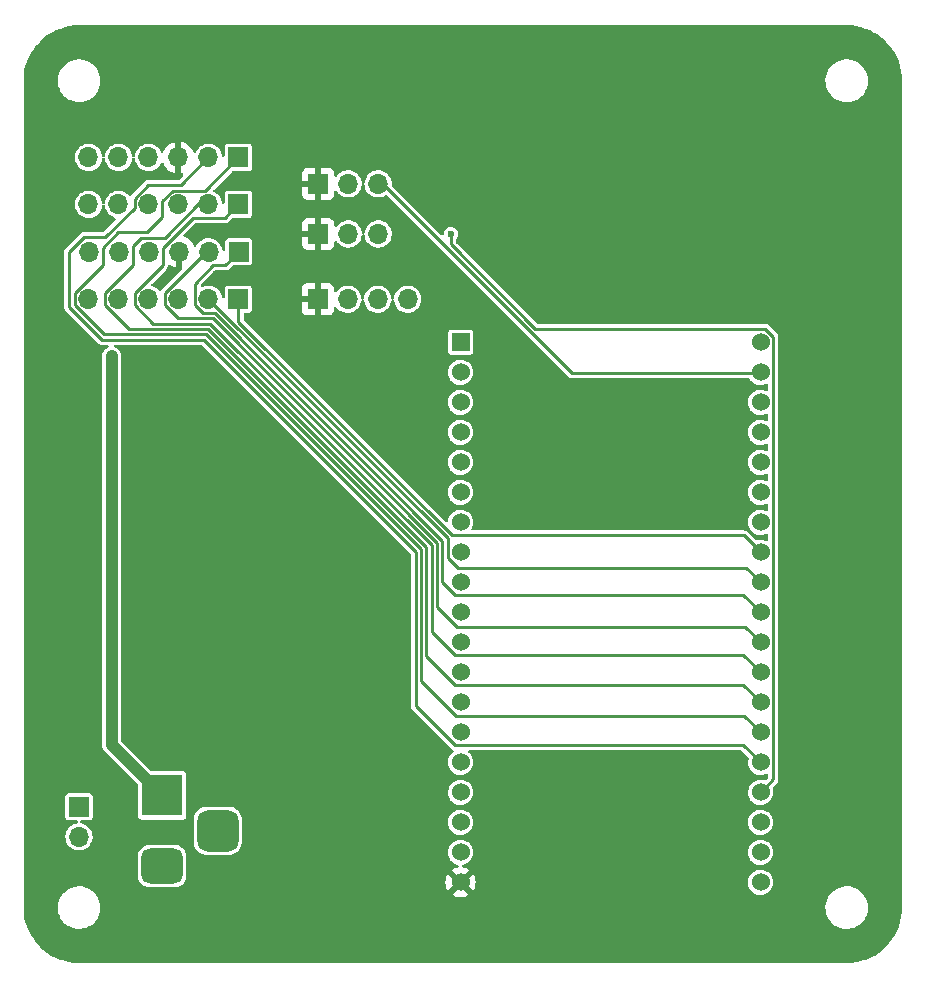
<source format=gbr>
%TF.GenerationSoftware,KiCad,Pcbnew,(6.0.9)*%
%TF.CreationDate,2023-05-03T14:40:20+10:00*%
%TF.ProjectId,Proj D,50726f6a-2044-42e6-9b69-6361645f7063,rev?*%
%TF.SameCoordinates,Original*%
%TF.FileFunction,Copper,L2,Bot*%
%TF.FilePolarity,Positive*%
%FSLAX46Y46*%
G04 Gerber Fmt 4.6, Leading zero omitted, Abs format (unit mm)*
G04 Created by KiCad (PCBNEW (6.0.9)) date 2023-05-03 14:40:20*
%MOMM*%
%LPD*%
G01*
G04 APERTURE LIST*
G04 Aperture macros list*
%AMRoundRect*
0 Rectangle with rounded corners*
0 $1 Rounding radius*
0 $2 $3 $4 $5 $6 $7 $8 $9 X,Y pos of 4 corners*
0 Add a 4 corners polygon primitive as box body*
4,1,4,$2,$3,$4,$5,$6,$7,$8,$9,$2,$3,0*
0 Add four circle primitives for the rounded corners*
1,1,$1+$1,$2,$3*
1,1,$1+$1,$4,$5*
1,1,$1+$1,$6,$7*
1,1,$1+$1,$8,$9*
0 Add four rect primitives between the rounded corners*
20,1,$1+$1,$2,$3,$4,$5,0*
20,1,$1+$1,$4,$5,$6,$7,0*
20,1,$1+$1,$6,$7,$8,$9,0*
20,1,$1+$1,$8,$9,$2,$3,0*%
G04 Aperture macros list end*
%TA.AperFunction,ComponentPad*%
%ADD10R,1.700000X1.700000*%
%TD*%
%TA.AperFunction,ComponentPad*%
%ADD11O,1.700000X1.700000*%
%TD*%
%TA.AperFunction,ComponentPad*%
%ADD12R,1.530000X1.530000*%
%TD*%
%TA.AperFunction,ComponentPad*%
%ADD13C,1.530000*%
%TD*%
%TA.AperFunction,ComponentPad*%
%ADD14R,3.500000X3.500000*%
%TD*%
%TA.AperFunction,ComponentPad*%
%ADD15RoundRect,0.750000X1.000000X-0.750000X1.000000X0.750000X-1.000000X0.750000X-1.000000X-0.750000X0*%
%TD*%
%TA.AperFunction,ComponentPad*%
%ADD16RoundRect,0.875000X0.875000X-0.875000X0.875000X0.875000X-0.875000X0.875000X-0.875000X-0.875000X0*%
%TD*%
%TA.AperFunction,ViaPad*%
%ADD17C,0.600000*%
%TD*%
%TA.AperFunction,Conductor*%
%ADD18C,1.000000*%
%TD*%
%TA.AperFunction,Conductor*%
%ADD19C,0.250000*%
%TD*%
G04 APERTURE END LIST*
D10*
%TO.P,J14,1,Pin_1*%
%TO.N,+5V*%
X130210000Y-88500000D03*
D11*
%TO.P,J14,2,Pin_2*%
%TO.N,/UTRIG*%
X132750000Y-88500000D03*
%TO.P,J14,3,Pin_3*%
%TO.N,/UECHO1*%
X135290000Y-88500000D03*
%TO.P,J14,4,Pin_4*%
%TO.N,GND*%
X137830000Y-88500000D03*
%TD*%
D10*
%TO.P,J3,1,Pin_1*%
%TO.N,/M1ENCB*%
X123500000Y-88500000D03*
D11*
%TO.P,J3,2,Pin_2*%
%TO.N,/M1ENCA*%
X120960000Y-88500000D03*
%TO.P,J3,3,Pin_3*%
%TO.N,+5V*%
X118420000Y-88500000D03*
%TO.P,J3,4,Pin_4*%
%TO.N,GND*%
X115880000Y-88500000D03*
%TO.P,J3,5,Pin_5*%
%TO.N,Net-(J3-Pad5)*%
X113340000Y-88500000D03*
%TO.P,J3,6,Pin_6*%
%TO.N,Net-(J3-Pad6)*%
X110800000Y-88500000D03*
%TD*%
D12*
%TO.P,U5,1,3V3*%
%TO.N,+3.3V*%
X142300000Y-92150000D03*
D13*
%TO.P,U5,2,EN*%
%TO.N,unconnected-(U5-Pad2)*%
X142300000Y-94690000D03*
%TO.P,U5,3,SENSOR_VP*%
%TO.N,unconnected-(U5-Pad3)*%
X142300000Y-97230000D03*
%TO.P,U5,4,SENSOR_VN*%
%TO.N,unconnected-(U5-Pad4)*%
X142300000Y-99770000D03*
%TO.P,U5,5,IO34*%
%TO.N,unconnected-(U5-Pad5)*%
X142300000Y-102310000D03*
%TO.P,U5,6,IO35*%
%TO.N,/UECHO1*%
X142300000Y-104850000D03*
%TO.P,U5,7,IO32*%
%TO.N,/UTRIG*%
X142300000Y-107390000D03*
%TO.P,U5,8,IO33*%
%TO.N,unconnected-(U5-Pad8)*%
X142300000Y-109930000D03*
%TO.P,U5,9,IO25*%
%TO.N,unconnected-(U5-Pad9)*%
X142300000Y-112470000D03*
%TO.P,U5,10,IO26*%
%TO.N,unconnected-(U5-Pad10)*%
X142300000Y-115010000D03*
%TO.P,U5,11,IO27*%
%TO.N,unconnected-(U5-Pad11)*%
X142300000Y-117550000D03*
%TO.P,U5,12,IO14*%
%TO.N,unconnected-(U5-Pad12)*%
X142300000Y-120090000D03*
%TO.P,U5,13,IO12*%
%TO.N,unconnected-(U5-Pad13)*%
X142300000Y-122630000D03*
%TO.P,U5,14,GND1*%
%TO.N,GND*%
X142300000Y-125170000D03*
%TO.P,U5,15,IO13*%
%TO.N,unconnected-(U5-Pad15)*%
X142300000Y-127710000D03*
%TO.P,U5,16,SD2*%
%TO.N,unconnected-(U5-Pad16)*%
X142300000Y-130250000D03*
%TO.P,U5,17,SD3*%
%TO.N,unconnected-(U5-Pad17)*%
X142300000Y-132790000D03*
%TO.P,U5,18,CMD*%
%TO.N,unconnected-(U5-Pad18)*%
X142300000Y-135330000D03*
%TO.P,U5,19,EXT_5V*%
%TO.N,+5V*%
X142300000Y-137870000D03*
%TO.P,U5,20,CLK*%
%TO.N,unconnected-(U5-Pad20)*%
X167700000Y-137870000D03*
%TO.P,U5,21,SD0*%
%TO.N,unconnected-(U5-Pad21)*%
X167700000Y-135330000D03*
%TO.P,U5,22,SD1*%
%TO.N,unconnected-(U5-Pad22)*%
X167700000Y-132790000D03*
%TO.P,U5,23,IO15*%
%TO.N,/COLOUR1*%
X167700000Y-130250000D03*
%TO.P,U5,24,IO2*%
%TO.N,/M4ENCA*%
X167700000Y-127710000D03*
%TO.P,U5,25,IO0*%
%TO.N,/M4ENCB*%
X167700000Y-125170000D03*
%TO.P,U5,26,IO4*%
%TO.N,/M3ENCA*%
X167700000Y-122630000D03*
%TO.P,U5,27,IO16*%
%TO.N,/M3ENCB*%
X167700000Y-120090000D03*
%TO.P,U5,28,IO17*%
%TO.N,/M2ENCA*%
X167700000Y-117550000D03*
%TO.P,U5,29,IO5*%
%TO.N,/M2ENCB*%
X167700000Y-115010000D03*
%TO.P,U5,30,IO18*%
%TO.N,/M1ENCA*%
X167700000Y-112470000D03*
%TO.P,U5,31,IO19*%
%TO.N,/M1ENCB*%
X167700000Y-109930000D03*
%TO.P,U5,32,GND2*%
%TO.N,GND*%
X167700000Y-107390000D03*
%TO.P,U5,33,IO21*%
%TO.N,/SDA*%
X167700000Y-104850000D03*
%TO.P,U5,34,RXD0*%
%TO.N,unconnected-(U5-Pad34)*%
X167700000Y-102310000D03*
%TO.P,U5,35,TXD0*%
%TO.N,unconnected-(U5-Pad35)*%
X167700000Y-99770000D03*
%TO.P,U5,36,IO22*%
%TO.N,/SCL*%
X167700000Y-97230000D03*
%TO.P,U5,37,IO23*%
%TO.N,/COLOUR2*%
X167700000Y-94690000D03*
%TO.P,U5,38,GND3*%
%TO.N,GND*%
X167700000Y-92150000D03*
%TD*%
D10*
%TO.P,J5,1,Pin_1*%
%TO.N,/M3ENCB*%
X123500000Y-80475000D03*
D11*
%TO.P,J5,2,Pin_2*%
%TO.N,/M3ENCA*%
X120960000Y-80475000D03*
%TO.P,J5,3,Pin_3*%
%TO.N,+5V*%
X118420000Y-80475000D03*
%TO.P,J5,4,Pin_4*%
%TO.N,GND*%
X115880000Y-80475000D03*
%TO.P,J5,5,Pin_5*%
%TO.N,Net-(J5-Pad5)*%
X113340000Y-80475000D03*
%TO.P,J5,6,Pin_6*%
%TO.N,Net-(J5-Pad6)*%
X110800000Y-80475000D03*
%TD*%
D14*
%TO.P,J10,1*%
%TO.N,+12V*%
X117042500Y-130500000D03*
D15*
%TO.P,J10,2*%
%TO.N,GND*%
X117042500Y-136500000D03*
D16*
%TO.P,J10,3*%
%TO.N,unconnected-(J10-Pad3)*%
X121742500Y-133500000D03*
%TD*%
D10*
%TO.P,J2,1,Pin_1*%
%TO.N,+5V*%
X130250000Y-78725000D03*
D11*
%TO.P,J2,2,Pin_2*%
%TO.N,GND*%
X132790000Y-78725000D03*
%TO.P,J2,3,Pin_3*%
%TO.N,/COLOUR2*%
X135330000Y-78725000D03*
%TD*%
D10*
%TO.P,J1,1,Pin_1*%
%TO.N,+5V*%
X130250000Y-82975000D03*
D11*
%TO.P,J1,2,Pin_2*%
%TO.N,GND*%
X132790000Y-82975000D03*
%TO.P,J1,3,Pin_3*%
%TO.N,/COLOUR1*%
X135330000Y-82975000D03*
%TD*%
D10*
%TO.P,J6,1,Pin_1*%
%TO.N,/M4ENCB*%
X123500000Y-76500000D03*
D11*
%TO.P,J6,2,Pin_2*%
%TO.N,/M4ENCA*%
X120960000Y-76500000D03*
%TO.P,J6,3,Pin_3*%
%TO.N,+5V*%
X118420000Y-76500000D03*
%TO.P,J6,4,Pin_4*%
%TO.N,GND*%
X115880000Y-76500000D03*
%TO.P,J6,5,Pin_5*%
%TO.N,Net-(J6-Pad5)*%
X113340000Y-76500000D03*
%TO.P,J6,6,Pin_6*%
%TO.N,Net-(J6-Pad6)*%
X110800000Y-76500000D03*
%TD*%
D10*
%TO.P,J11,1,Pin_1*%
%TO.N,+12V*%
X110000000Y-131475000D03*
D11*
%TO.P,J11,2,Pin_2*%
%TO.N,GND*%
X110000000Y-134015000D03*
%TD*%
D10*
%TO.P,J4,1,Pin_1*%
%TO.N,/M2ENCB*%
X123525000Y-84475000D03*
D11*
%TO.P,J4,2,Pin_2*%
%TO.N,/M2ENCA*%
X120985000Y-84475000D03*
%TO.P,J4,3,Pin_3*%
%TO.N,+5V*%
X118445000Y-84475000D03*
%TO.P,J4,4,Pin_4*%
%TO.N,GND*%
X115905000Y-84475000D03*
%TO.P,J4,5,Pin_5*%
%TO.N,Net-(J4-Pad5)*%
X113365000Y-84475000D03*
%TO.P,J4,6,Pin_6*%
%TO.N,Net-(J4-Pad6)*%
X110825000Y-84475000D03*
%TD*%
D17*
%TO.N,+12V*%
X112750000Y-93331250D03*
X112750000Y-102831250D03*
X112750000Y-112250000D03*
X112750000Y-121500000D03*
%TO.N,+5V*%
X135000000Y-100500000D03*
X121637299Y-86362701D03*
X124250000Y-116500000D03*
X124250000Y-107000000D03*
X139250000Y-100750000D03*
X124237701Y-125987701D03*
X124250000Y-97500000D03*
%TO.N,/COLOUR1*%
X141475000Y-82975000D03*
%TD*%
D18*
%TO.N,+12V*%
X112750000Y-122250000D02*
X112750000Y-126207500D01*
X112750000Y-93331250D02*
X112750000Y-122250000D01*
X112750000Y-126207500D02*
X117042500Y-130500000D01*
D19*
%TO.N,+5V*%
X130210000Y-88500000D02*
X130210000Y-78765000D01*
X130210000Y-78765000D02*
X130250000Y-78725000D01*
%TO.N,/COLOUR1*%
X148621396Y-91000000D02*
X168091493Y-91000000D01*
X168091493Y-91000000D02*
X168790000Y-91698507D01*
X141475000Y-82975000D02*
X141475000Y-83853604D01*
X168790000Y-129160000D02*
X167700000Y-130250000D01*
X168790000Y-91698507D02*
X168790000Y-129160000D01*
X141475000Y-83853604D02*
X148621396Y-91000000D01*
%TO.N,/COLOUR2*%
X151735000Y-94750000D02*
X167640000Y-94750000D01*
X167640000Y-94750000D02*
X167700000Y-94690000D01*
X135710000Y-78725000D02*
X151735000Y-94750000D01*
X135330000Y-78725000D02*
X135710000Y-78725000D01*
%TO.N,/M1ENCB*%
X123500000Y-90403604D02*
X141596396Y-108500000D01*
X141596396Y-108500000D02*
X166270000Y-108500000D01*
X166270000Y-108500000D02*
X167700000Y-109930000D01*
X123500000Y-88500000D02*
X123500000Y-90403604D01*
%TO.N,/M1ENCA*%
X141210000Y-110381493D02*
X142078507Y-111250000D01*
X166480000Y-111250000D02*
X167700000Y-112470000D01*
X141210000Y-108750000D02*
X141210000Y-110381493D01*
X120960000Y-88500000D02*
X141210000Y-108750000D01*
X142078507Y-111250000D02*
X166480000Y-111250000D01*
%TO.N,/M2ENCB*%
X140760000Y-108936396D02*
X140760000Y-112471493D01*
X121336994Y-85637701D02*
X119785000Y-87189695D01*
X141848507Y-113560000D02*
X166250000Y-113560000D01*
X166250000Y-113560000D02*
X167700000Y-115010000D01*
X140760000Y-112471493D02*
X141848507Y-113560000D01*
X119785000Y-87189695D02*
X119785000Y-88986701D01*
X122362299Y-85637701D02*
X121336994Y-85637701D01*
X121498604Y-89675000D02*
X140760000Y-108936396D01*
X119785000Y-88986701D02*
X120473299Y-89675000D01*
X120473299Y-89675000D02*
X121498604Y-89675000D01*
X123525000Y-84475000D02*
X122362299Y-85637701D01*
%TO.N,/M2ENCA*%
X140310000Y-109122792D02*
X140310000Y-114561493D01*
X118383299Y-90125000D02*
X121312208Y-90125000D01*
X120985000Y-84475000D02*
X120783299Y-84475000D01*
X120783299Y-84475000D02*
X117245000Y-88013299D01*
X141998507Y-116250000D02*
X166400000Y-116250000D01*
X117245000Y-88986701D02*
X118383299Y-90125000D01*
X166400000Y-116250000D02*
X167700000Y-117550000D01*
X117245000Y-88013299D02*
X117245000Y-88986701D01*
X121312208Y-90125000D02*
X140310000Y-109122792D01*
X140310000Y-114561493D02*
X141998507Y-116250000D01*
%TO.N,/M3ENCB*%
X122325000Y-81650000D02*
X119608299Y-81650000D01*
X123500000Y-80475000D02*
X122325000Y-81650000D01*
X166250000Y-118640000D02*
X167700000Y-120090000D01*
X117080000Y-85638299D02*
X114705000Y-88013299D01*
X117080000Y-84178299D02*
X117080000Y-85638299D01*
X114705000Y-88013299D02*
X114705000Y-88986701D01*
X141848507Y-118640000D02*
X166250000Y-118640000D01*
X119608299Y-81650000D02*
X117080000Y-84178299D01*
X121125812Y-90575000D02*
X139860000Y-109309188D01*
X139860000Y-109309188D02*
X139860000Y-116651493D01*
X114705000Y-88986701D02*
X116293299Y-90575000D01*
X139860000Y-116651493D02*
X141848507Y-118640000D01*
X116293299Y-90575000D02*
X121125812Y-90575000D01*
%TO.N,/M3ENCA*%
X141848507Y-121180000D02*
X166250000Y-121180000D01*
X112165000Y-88986701D02*
X114203299Y-91025000D01*
X114203299Y-91025000D02*
X120939416Y-91025000D01*
X112165000Y-88013299D02*
X112165000Y-88986701D01*
X120081701Y-80475000D02*
X117256701Y-83300000D01*
X117256701Y-83300000D02*
X115228299Y-83300000D01*
X139410000Y-109495584D02*
X139410000Y-118741493D01*
X166250000Y-121180000D02*
X167700000Y-122630000D01*
X115228299Y-83300000D02*
X114540952Y-83987347D01*
X139410000Y-118741493D02*
X141848507Y-121180000D01*
X114540952Y-85637347D02*
X112165000Y-88013299D01*
X120960000Y-80475000D02*
X120081701Y-80475000D01*
X114540952Y-83987347D02*
X114540952Y-85637347D01*
X120939416Y-91025000D02*
X139410000Y-109495584D01*
%TO.N,/M4ENCB*%
X138960000Y-109681980D02*
X138960000Y-120831493D01*
X120700000Y-79300000D02*
X117933299Y-79300000D01*
X112020951Y-84157348D02*
X112020951Y-85617348D01*
X113328299Y-82850000D02*
X112020951Y-84157348D01*
X141878507Y-123750000D02*
X166280000Y-123750000D01*
X166280000Y-123750000D02*
X167700000Y-125170000D01*
X117055000Y-81545000D02*
X115750000Y-82850000D01*
X115750000Y-82850000D02*
X113328299Y-82850000D01*
X120753020Y-91475000D02*
X138960000Y-109681980D01*
X117933299Y-79300000D02*
X117055000Y-80178299D01*
X117055000Y-80178299D02*
X117055000Y-81545000D01*
X109625000Y-88986701D02*
X112113299Y-91475000D01*
X138960000Y-120831493D02*
X141878507Y-123750000D01*
X109625000Y-88013299D02*
X109625000Y-88986701D01*
X112113299Y-91475000D02*
X120753020Y-91475000D01*
X112020951Y-85617348D02*
X109625000Y-88013299D01*
X123500000Y-76500000D02*
X120700000Y-79300000D01*
%TO.N,/M4ENCA*%
X138510000Y-122921493D02*
X141848507Y-126260000D01*
X111926903Y-91925000D02*
X120566624Y-91925000D01*
X109175000Y-84463299D02*
X109175000Y-89173097D01*
X114705000Y-79988299D02*
X114705000Y-80771701D01*
X120960000Y-76500000D02*
X118610000Y-78850000D01*
X110388299Y-83250000D02*
X109175000Y-84463299D01*
X166240000Y-126250000D02*
X167700000Y-127710000D01*
X138510000Y-109868376D02*
X138510000Y-122921493D01*
X114705000Y-80771701D02*
X112226701Y-83250000D01*
X142761493Y-126250000D02*
X166240000Y-126250000D01*
X109175000Y-89173097D02*
X111926903Y-91925000D01*
X115843299Y-78850000D02*
X114705000Y-79988299D01*
X112226701Y-83250000D02*
X110388299Y-83250000D01*
X142751493Y-126260000D02*
X142761493Y-126250000D01*
X120566624Y-91925000D02*
X138510000Y-109868376D01*
X141848507Y-126260000D02*
X142751493Y-126260000D01*
X118610000Y-78850000D02*
X115843299Y-78850000D01*
%TD*%
%TA.AperFunction,Conductor*%
%TO.N,+5V*%
G36*
X174984563Y-65302414D02*
G01*
X175000000Y-65305136D01*
X175010855Y-65303222D01*
X175016550Y-65303222D01*
X175034862Y-65302022D01*
X175404093Y-65318143D01*
X175415042Y-65319101D01*
X175810606Y-65371178D01*
X175821432Y-65373087D01*
X176210951Y-65459442D01*
X176221568Y-65462287D01*
X176396691Y-65517503D01*
X176602081Y-65582262D01*
X176612395Y-65586015D01*
X176981028Y-65738708D01*
X176990972Y-65743346D01*
X177344867Y-65927572D01*
X177354387Y-65933068D01*
X177690877Y-66147436D01*
X177699881Y-66153740D01*
X178016421Y-66396629D01*
X178024841Y-66403695D01*
X178318992Y-66673235D01*
X178326765Y-66681008D01*
X178596305Y-66975159D01*
X178603371Y-66983579D01*
X178846260Y-67300119D01*
X178852564Y-67309123D01*
X179066932Y-67645613D01*
X179072428Y-67655133D01*
X179256650Y-68009019D01*
X179261292Y-68018972D01*
X179389291Y-68327989D01*
X179413982Y-68387598D01*
X179417738Y-68397919D01*
X179431706Y-68442219D01*
X179537713Y-68778432D01*
X179540558Y-68789049D01*
X179626913Y-69178568D01*
X179628822Y-69189394D01*
X179680899Y-69584958D01*
X179681857Y-69595908D01*
X179697978Y-69965138D01*
X179696778Y-69983450D01*
X179696778Y-69989145D01*
X179694864Y-70000000D01*
X179696778Y-70010855D01*
X179697586Y-70015437D01*
X179699500Y-70037317D01*
X179699500Y-139962683D01*
X179697586Y-139984563D01*
X179694864Y-140000000D01*
X179696778Y-140010855D01*
X179696778Y-140016550D01*
X179697978Y-140034862D01*
X179681857Y-140404092D01*
X179680899Y-140415042D01*
X179628822Y-140810606D01*
X179626913Y-140821432D01*
X179540558Y-141210951D01*
X179537713Y-141221568D01*
X179515876Y-141290828D01*
X179418686Y-141599077D01*
X179417741Y-141602073D01*
X179413985Y-141612395D01*
X179334434Y-141804449D01*
X179261296Y-141981019D01*
X179256650Y-141990981D01*
X179072428Y-142344867D01*
X179066932Y-142354387D01*
X178852564Y-142690877D01*
X178846260Y-142699881D01*
X178603371Y-143016421D01*
X178596305Y-143024841D01*
X178326765Y-143318992D01*
X178318992Y-143326765D01*
X178024841Y-143596305D01*
X178016421Y-143603371D01*
X177699881Y-143846260D01*
X177690877Y-143852564D01*
X177354387Y-144066932D01*
X177344868Y-144072427D01*
X176990972Y-144256654D01*
X176981028Y-144261292D01*
X176612395Y-144413985D01*
X176602081Y-144417738D01*
X176396691Y-144482497D01*
X176221568Y-144537713D01*
X176210951Y-144540558D01*
X175821432Y-144626913D01*
X175810606Y-144628822D01*
X175415042Y-144680899D01*
X175404093Y-144681857D01*
X175034862Y-144697978D01*
X175016550Y-144696778D01*
X175010855Y-144696778D01*
X175000000Y-144694864D01*
X174989145Y-144696778D01*
X174984563Y-144697586D01*
X174962683Y-144699500D01*
X110037317Y-144699500D01*
X110015437Y-144697586D01*
X110010855Y-144696778D01*
X110000000Y-144694864D01*
X109989145Y-144696778D01*
X109983450Y-144696778D01*
X109965138Y-144697978D01*
X109595907Y-144681857D01*
X109584958Y-144680899D01*
X109189394Y-144628822D01*
X109178568Y-144626913D01*
X108789049Y-144540558D01*
X108778432Y-144537713D01*
X108603309Y-144482497D01*
X108397919Y-144417738D01*
X108387605Y-144413985D01*
X108018972Y-144261292D01*
X108009028Y-144256654D01*
X107655132Y-144072427D01*
X107645613Y-144066932D01*
X107309123Y-143852564D01*
X107300119Y-143846260D01*
X106983579Y-143603371D01*
X106975159Y-143596305D01*
X106681008Y-143326765D01*
X106673235Y-143318992D01*
X106403695Y-143024841D01*
X106396629Y-143016421D01*
X106153740Y-142699881D01*
X106147436Y-142690877D01*
X105933068Y-142354387D01*
X105927572Y-142344867D01*
X105743350Y-141990981D01*
X105738704Y-141981019D01*
X105665567Y-141804449D01*
X105586015Y-141612395D01*
X105582259Y-141602073D01*
X105581315Y-141599077D01*
X105484124Y-141290828D01*
X105462287Y-141221568D01*
X105459442Y-141210951D01*
X105373087Y-140821432D01*
X105371178Y-140810606D01*
X105319101Y-140415042D01*
X105318143Y-140404092D01*
X105302022Y-140034862D01*
X105303222Y-140016550D01*
X105303222Y-140010855D01*
X105305136Y-140000000D01*
X105302414Y-139984563D01*
X105300500Y-139962683D01*
X105300500Y-139952736D01*
X108195070Y-139952736D01*
X108195832Y-139968601D01*
X108207909Y-140220041D01*
X108260118Y-140482512D01*
X108350549Y-140734383D01*
X108352765Y-140738507D01*
X108420982Y-140865465D01*
X108477215Y-140970121D01*
X108480010Y-140973864D01*
X108480012Y-140973867D01*
X108634542Y-141180807D01*
X108637335Y-141184547D01*
X108640642Y-141187825D01*
X108640647Y-141187831D01*
X108824074Y-141369663D01*
X108827390Y-141372950D01*
X109043205Y-141531192D01*
X109047340Y-141533368D01*
X109047344Y-141533370D01*
X109176918Y-141601542D01*
X109280039Y-141655797D01*
X109284458Y-141657340D01*
X109528273Y-141742484D01*
X109528279Y-141742486D01*
X109532690Y-141744026D01*
X109795606Y-141793943D01*
X109922616Y-141798933D01*
X110058345Y-141804266D01*
X110058350Y-141804266D01*
X110063013Y-141804449D01*
X110158943Y-141793943D01*
X110324382Y-141775825D01*
X110324387Y-141775824D01*
X110329035Y-141775315D01*
X110444567Y-141744898D01*
X110583309Y-141708370D01*
X110587829Y-141707180D01*
X110712501Y-141653617D01*
X110829407Y-141603391D01*
X110829410Y-141603389D01*
X110833710Y-141601542D01*
X110837690Y-141599079D01*
X110837694Y-141599077D01*
X111057302Y-141463179D01*
X111057306Y-141463176D01*
X111061275Y-141460720D01*
X111075010Y-141449092D01*
X111261960Y-141290828D01*
X111261961Y-141290827D01*
X111265526Y-141287809D01*
X111323618Y-141221568D01*
X111438894Y-141090122D01*
X111438898Y-141090117D01*
X111441976Y-141086607D01*
X111505055Y-140988539D01*
X111584219Y-140865465D01*
X111584222Y-140865460D01*
X111586747Y-140861534D01*
X111696661Y-140617534D01*
X111769302Y-140359969D01*
X111787103Y-140220041D01*
X111802677Y-140097625D01*
X111802677Y-140097621D01*
X111803075Y-140094495D01*
X111803906Y-140062777D01*
X111805466Y-140003160D01*
X111805549Y-140000000D01*
X111802037Y-139952736D01*
X173195070Y-139952736D01*
X173195832Y-139968601D01*
X173207909Y-140220041D01*
X173260118Y-140482512D01*
X173350549Y-140734383D01*
X173352765Y-140738507D01*
X173420982Y-140865465D01*
X173477215Y-140970121D01*
X173480010Y-140973864D01*
X173480012Y-140973867D01*
X173634542Y-141180807D01*
X173637335Y-141184547D01*
X173640642Y-141187825D01*
X173640647Y-141187831D01*
X173824074Y-141369663D01*
X173827390Y-141372950D01*
X174043205Y-141531192D01*
X174047340Y-141533368D01*
X174047344Y-141533370D01*
X174176918Y-141601542D01*
X174280039Y-141655797D01*
X174284458Y-141657340D01*
X174528273Y-141742484D01*
X174528279Y-141742486D01*
X174532690Y-141744026D01*
X174795606Y-141793943D01*
X174922616Y-141798933D01*
X175058345Y-141804266D01*
X175058350Y-141804266D01*
X175063013Y-141804449D01*
X175158943Y-141793943D01*
X175324382Y-141775825D01*
X175324387Y-141775824D01*
X175329035Y-141775315D01*
X175444567Y-141744898D01*
X175583309Y-141708370D01*
X175587829Y-141707180D01*
X175712501Y-141653617D01*
X175829407Y-141603391D01*
X175829410Y-141603389D01*
X175833710Y-141601542D01*
X175837690Y-141599079D01*
X175837694Y-141599077D01*
X176057302Y-141463179D01*
X176057306Y-141463176D01*
X176061275Y-141460720D01*
X176075010Y-141449092D01*
X176261960Y-141290828D01*
X176261961Y-141290827D01*
X176265526Y-141287809D01*
X176323618Y-141221568D01*
X176438894Y-141090122D01*
X176438898Y-141090117D01*
X176441976Y-141086607D01*
X176505055Y-140988539D01*
X176584219Y-140865465D01*
X176584222Y-140865460D01*
X176586747Y-140861534D01*
X176696661Y-140617534D01*
X176769302Y-140359969D01*
X176787103Y-140220041D01*
X176802677Y-140097625D01*
X176802677Y-140097621D01*
X176803075Y-140094495D01*
X176803906Y-140062777D01*
X176805466Y-140003160D01*
X176805549Y-140000000D01*
X176789305Y-139781408D01*
X176786064Y-139737788D01*
X176786063Y-139737784D01*
X176785717Y-139733123D01*
X176775161Y-139686470D01*
X176727686Y-139476666D01*
X176726655Y-139472109D01*
X176629662Y-139222691D01*
X176615195Y-139197378D01*
X176499187Y-138994408D01*
X176496868Y-138990350D01*
X176331190Y-138780189D01*
X176136269Y-138596825D01*
X175916385Y-138444286D01*
X175912194Y-138442219D01*
X175680559Y-138327989D01*
X175680556Y-138327988D01*
X175676371Y-138325924D01*
X175629243Y-138310838D01*
X175500459Y-138269614D01*
X175421497Y-138244338D01*
X175276134Y-138220665D01*
X175161976Y-138202073D01*
X175161975Y-138202073D01*
X175157364Y-138201322D01*
X175023569Y-138199570D01*
X174894451Y-138197880D01*
X174894448Y-138197880D01*
X174889774Y-138197819D01*
X174624605Y-138233907D01*
X174620118Y-138235215D01*
X174620117Y-138235215D01*
X174588817Y-138244338D01*
X174367683Y-138308792D01*
X174363430Y-138310752D01*
X174363429Y-138310753D01*
X174311512Y-138334687D01*
X174124652Y-138420831D01*
X174120743Y-138423394D01*
X173904764Y-138564996D01*
X173904759Y-138565000D01*
X173900851Y-138567562D01*
X173701197Y-138745760D01*
X173675412Y-138776763D01*
X173552240Y-138924862D01*
X173530075Y-138951512D01*
X173527652Y-138955505D01*
X173411217Y-139147384D01*
X173391244Y-139180298D01*
X173389437Y-139184606D01*
X173389437Y-139184607D01*
X173321464Y-139346705D01*
X173287755Y-139427091D01*
X173286604Y-139431623D01*
X173286603Y-139431626D01*
X173223033Y-139681933D01*
X173221881Y-139686470D01*
X173195070Y-139952736D01*
X111802037Y-139952736D01*
X111789305Y-139781408D01*
X111786064Y-139737788D01*
X111786063Y-139737784D01*
X111785717Y-139733123D01*
X111775161Y-139686470D01*
X111727686Y-139476666D01*
X111726655Y-139472109D01*
X111629662Y-139222691D01*
X111615195Y-139197378D01*
X111499187Y-138994408D01*
X111496868Y-138990350D01*
X111450027Y-138930932D01*
X141603623Y-138930932D01*
X141612916Y-138942945D01*
X141656569Y-138973512D01*
X141666047Y-138978984D01*
X141857962Y-139068475D01*
X141868255Y-139072221D01*
X142072786Y-139127025D01*
X142083581Y-139128928D01*
X142294525Y-139147384D01*
X142305475Y-139147384D01*
X142516419Y-139128928D01*
X142527214Y-139127025D01*
X142731745Y-139072221D01*
X142742038Y-139068475D01*
X142933953Y-138978984D01*
X142943431Y-138973512D01*
X142987920Y-138942359D01*
X142996294Y-138931883D01*
X142989226Y-138918436D01*
X142312812Y-138242022D01*
X142298868Y-138234408D01*
X142297035Y-138234539D01*
X142290420Y-138238790D01*
X141610053Y-138919157D01*
X141603623Y-138930932D01*
X111450027Y-138930932D01*
X111331190Y-138780189D01*
X111136269Y-138596825D01*
X110916385Y-138444286D01*
X110912194Y-138442219D01*
X110680559Y-138327989D01*
X110680556Y-138327988D01*
X110676371Y-138325924D01*
X110629243Y-138310838D01*
X110500459Y-138269614D01*
X110421497Y-138244338D01*
X110276134Y-138220665D01*
X110161976Y-138202073D01*
X110161975Y-138202073D01*
X110157364Y-138201322D01*
X110023569Y-138199570D01*
X109894451Y-138197880D01*
X109894448Y-138197880D01*
X109889774Y-138197819D01*
X109624605Y-138233907D01*
X109620118Y-138235215D01*
X109620117Y-138235215D01*
X109588817Y-138244338D01*
X109367683Y-138308792D01*
X109363430Y-138310752D01*
X109363429Y-138310753D01*
X109311512Y-138334687D01*
X109124652Y-138420831D01*
X109120743Y-138423394D01*
X108904764Y-138564996D01*
X108904759Y-138565000D01*
X108900851Y-138567562D01*
X108701197Y-138745760D01*
X108675412Y-138776763D01*
X108552240Y-138924862D01*
X108530075Y-138951512D01*
X108527652Y-138955505D01*
X108411217Y-139147384D01*
X108391244Y-139180298D01*
X108389437Y-139184606D01*
X108389437Y-139184607D01*
X108321464Y-139346705D01*
X108287755Y-139427091D01*
X108286604Y-139431623D01*
X108286603Y-139431626D01*
X108223033Y-139681933D01*
X108221881Y-139686470D01*
X108195070Y-139952736D01*
X105300500Y-139952736D01*
X105300500Y-135649663D01*
X114992000Y-135649663D01*
X114992001Y-137350336D01*
X114992321Y-137356673D01*
X115033041Y-137558623D01*
X115112211Y-137748817D01*
X115226816Y-137920011D01*
X115372489Y-138065684D01*
X115543683Y-138180289D01*
X115733877Y-138259459D01*
X115935827Y-138300179D01*
X115940493Y-138300415D01*
X115940498Y-138300416D01*
X115940575Y-138300420D01*
X115940593Y-138300420D01*
X115942163Y-138300500D01*
X115943760Y-138300500D01*
X117047691Y-138300499D01*
X118142836Y-138300499D01*
X118144392Y-138300420D01*
X118144409Y-138300420D01*
X118144503Y-138300415D01*
X118144505Y-138300415D01*
X118149173Y-138300179D01*
X118351123Y-138259459D01*
X118541317Y-138180289D01*
X118712511Y-138065684D01*
X118858184Y-137920011D01*
X118887998Y-137875475D01*
X141022616Y-137875475D01*
X141041072Y-138086419D01*
X141042975Y-138097214D01*
X141097779Y-138301745D01*
X141101525Y-138312037D01*
X141191012Y-138503944D01*
X141196495Y-138513439D01*
X141227640Y-138557919D01*
X141238117Y-138566294D01*
X141251564Y-138559226D01*
X141927978Y-137882812D01*
X141934356Y-137871132D01*
X142664408Y-137871132D01*
X142664539Y-137872965D01*
X142668790Y-137879580D01*
X143349157Y-138559947D01*
X143360932Y-138566377D01*
X143372947Y-138557081D01*
X143403505Y-138513439D01*
X143408988Y-138503944D01*
X143498475Y-138312037D01*
X143502221Y-138301745D01*
X143557025Y-138097214D01*
X143558928Y-138086419D01*
X143577384Y-137875475D01*
X143577384Y-137864525D01*
X143576555Y-137855051D01*
X166629449Y-137855051D01*
X166646934Y-138063274D01*
X166679505Y-138176862D01*
X166699262Y-138245761D01*
X166704530Y-138264134D01*
X166707345Y-138269611D01*
X166707346Y-138269614D01*
X166737347Y-138327989D01*
X166800043Y-138449983D01*
X166803866Y-138454807D01*
X166803869Y-138454811D01*
X166892230Y-138566294D01*
X166929835Y-138613739D01*
X166934529Y-138617734D01*
X166966964Y-138645338D01*
X167088963Y-138749168D01*
X167094341Y-138752174D01*
X167094343Y-138752175D01*
X167138743Y-138776989D01*
X167271364Y-138851108D01*
X167470093Y-138915679D01*
X167677578Y-138940420D01*
X167683713Y-138939948D01*
X167683715Y-138939948D01*
X167879776Y-138924862D01*
X167879781Y-138924861D01*
X167885917Y-138924389D01*
X167891847Y-138922733D01*
X167891849Y-138922733D01*
X167986546Y-138896293D01*
X168087175Y-138868197D01*
X168092675Y-138865419D01*
X168268185Y-138776763D01*
X168268187Y-138776762D01*
X168273686Y-138773984D01*
X168438345Y-138645338D01*
X168574880Y-138487160D01*
X168678092Y-138305475D01*
X168744049Y-138107202D01*
X168767697Y-137920011D01*
X168769796Y-137903396D01*
X168769797Y-137903389D01*
X168770238Y-137899894D01*
X168770655Y-137870000D01*
X168750265Y-137662042D01*
X168689870Y-137462005D01*
X168685663Y-137454093D01*
X168594667Y-137282955D01*
X168594666Y-137282953D01*
X168591771Y-137277509D01*
X168459705Y-137115580D01*
X168298703Y-136982387D01*
X168114896Y-136883003D01*
X168015091Y-136852108D01*
X167921172Y-136823035D01*
X167921169Y-136823034D01*
X167915285Y-136821213D01*
X167909160Y-136820569D01*
X167909159Y-136820569D01*
X167713603Y-136800015D01*
X167713602Y-136800015D01*
X167707475Y-136799371D01*
X167611372Y-136808117D01*
X167505520Y-136817750D01*
X167505519Y-136817750D01*
X167499379Y-136818309D01*
X167493465Y-136820050D01*
X167493463Y-136820050D01*
X167356352Y-136860404D01*
X167298926Y-136877306D01*
X167113749Y-136974114D01*
X166950902Y-137105046D01*
X166946944Y-137109763D01*
X166946942Y-137109765D01*
X166886262Y-137182081D01*
X166816588Y-137265115D01*
X166813624Y-137270507D01*
X166813621Y-137270511D01*
X166763731Y-137361261D01*
X166715923Y-137448224D01*
X166714062Y-137454091D01*
X166714061Y-137454093D01*
X166680902Y-137558623D01*
X166652741Y-137647398D01*
X166629449Y-137855051D01*
X143576555Y-137855051D01*
X143558928Y-137653581D01*
X143557025Y-137642786D01*
X143502221Y-137438255D01*
X143498475Y-137427963D01*
X143408988Y-137236056D01*
X143403505Y-137226561D01*
X143372360Y-137182081D01*
X143361883Y-137173706D01*
X143348436Y-137180774D01*
X142672022Y-137857188D01*
X142664408Y-137871132D01*
X141934356Y-137871132D01*
X141935592Y-137868868D01*
X141935461Y-137867035D01*
X141931210Y-137860420D01*
X141250843Y-137180053D01*
X141239068Y-137173623D01*
X141227053Y-137182919D01*
X141196495Y-137226561D01*
X141191012Y-137236056D01*
X141101525Y-137427963D01*
X141097779Y-137438255D01*
X141042975Y-137642786D01*
X141041072Y-137653581D01*
X141022616Y-137864525D01*
X141022616Y-137875475D01*
X118887998Y-137875475D01*
X118972789Y-137748817D01*
X119051959Y-137558623D01*
X119092679Y-137356673D01*
X119093000Y-137350337D01*
X119092999Y-135649664D01*
X119092679Y-135643327D01*
X119051959Y-135441377D01*
X118972789Y-135251183D01*
X118858184Y-135079989D01*
X118712511Y-134934316D01*
X118541317Y-134819711D01*
X118351123Y-134740541D01*
X118149173Y-134699821D01*
X118144507Y-134699585D01*
X118144502Y-134699584D01*
X118144425Y-134699580D01*
X118144407Y-134699580D01*
X118142837Y-134699500D01*
X118141240Y-134699500D01*
X117037309Y-134699501D01*
X115942164Y-134699501D01*
X115940608Y-134699580D01*
X115940591Y-134699580D01*
X115940497Y-134699585D01*
X115940495Y-134699585D01*
X115935827Y-134699821D01*
X115733877Y-134740541D01*
X115543683Y-134819711D01*
X115372489Y-134934316D01*
X115226816Y-135079989D01*
X115112211Y-135251183D01*
X115033041Y-135441377D01*
X114992321Y-135643327D01*
X114992000Y-135649663D01*
X105300500Y-135649663D01*
X105300500Y-133984754D01*
X108844967Y-133984754D01*
X108858796Y-134195749D01*
X108860217Y-134201345D01*
X108860218Y-134201350D01*
X108882784Y-134290200D01*
X108910845Y-134400690D01*
X108913262Y-134405933D01*
X108931388Y-134445252D01*
X108999369Y-134592714D01*
X109121405Y-134765391D01*
X109272865Y-134912937D01*
X109277661Y-134916142D01*
X109277664Y-134916144D01*
X109420936Y-135011875D01*
X109448677Y-135030411D01*
X109453985Y-135032692D01*
X109453986Y-135032692D01*
X109637650Y-135111600D01*
X109637653Y-135111601D01*
X109642953Y-135113878D01*
X109648582Y-135115152D01*
X109648583Y-135115152D01*
X109843550Y-135159269D01*
X109843553Y-135159269D01*
X109849186Y-135160544D01*
X109854957Y-135160771D01*
X109854959Y-135160771D01*
X109916989Y-135163208D01*
X110060470Y-135168846D01*
X110066179Y-135168018D01*
X110066183Y-135168018D01*
X110264015Y-135139333D01*
X110264019Y-135139332D01*
X110269730Y-135138504D01*
X110326676Y-135119173D01*
X110464483Y-135072395D01*
X110464488Y-135072393D01*
X110469955Y-135070537D01*
X110474998Y-135067713D01*
X110649395Y-134970046D01*
X110649399Y-134970043D01*
X110654442Y-134967219D01*
X110817012Y-134832012D01*
X110952219Y-134669442D01*
X110955043Y-134664399D01*
X110955046Y-134664395D01*
X111052713Y-134489998D01*
X111052714Y-134489996D01*
X111055537Y-134484955D01*
X111057393Y-134479488D01*
X111057395Y-134479483D01*
X111121647Y-134290200D01*
X111123504Y-134284730D01*
X111153846Y-134075470D01*
X111155429Y-134015000D01*
X111136081Y-133804440D01*
X111127218Y-133773012D01*
X111103859Y-133690188D01*
X111078686Y-133600931D01*
X111067553Y-133578354D01*
X110987719Y-133416469D01*
X110985165Y-133411290D01*
X110858651Y-133241867D01*
X110703381Y-133098337D01*
X110599914Y-133033054D01*
X110529434Y-132988584D01*
X110529433Y-132988584D01*
X110524554Y-132985505D01*
X110328160Y-132907152D01*
X110322503Y-132906027D01*
X110322497Y-132906025D01*
X110166916Y-132875079D01*
X110104006Y-132842172D01*
X110068874Y-132780477D01*
X110072674Y-132709582D01*
X110114199Y-132651996D01*
X110180266Y-132626002D01*
X110191497Y-132625500D01*
X110894646Y-132625500D01*
X110898350Y-132625059D01*
X110898353Y-132625059D01*
X110905746Y-132624179D01*
X110920846Y-132622382D01*
X111011665Y-132582042D01*
X111012518Y-132581663D01*
X111023153Y-132576939D01*
X111032678Y-132567398D01*
X111045307Y-132554747D01*
X119692000Y-132554747D01*
X119692001Y-134445252D01*
X119692169Y-134447545D01*
X119692169Y-134447552D01*
X119695275Y-134489998D01*
X119699329Y-134545418D01*
X119749946Y-134755446D01*
X119837991Y-134952734D01*
X119841264Y-134957488D01*
X119841265Y-134957489D01*
X119948950Y-135113878D01*
X119960514Y-135130673D01*
X120113412Y-135283304D01*
X120291564Y-135405516D01*
X120442371Y-135472502D01*
X120482211Y-135490198D01*
X120489005Y-135493216D01*
X120494622Y-135494559D01*
X120494624Y-135494560D01*
X120694122Y-135542271D01*
X120694128Y-135542272D01*
X120699121Y-135543466D01*
X120736961Y-135546179D01*
X120794997Y-135550339D01*
X120795005Y-135550339D01*
X120797247Y-135550500D01*
X121734014Y-135550500D01*
X122687752Y-135550499D01*
X122690045Y-135550331D01*
X122690052Y-135550331D01*
X122782783Y-135543547D01*
X122782787Y-135543546D01*
X122787918Y-135543171D01*
X122997946Y-135492554D01*
X123195234Y-135404509D01*
X123260028Y-135359894D01*
X123325153Y-135315051D01*
X141229449Y-135315051D01*
X141229965Y-135321195D01*
X141244157Y-135490198D01*
X141246934Y-135523274D01*
X141304530Y-135724134D01*
X141400043Y-135909983D01*
X141403866Y-135914807D01*
X141403869Y-135914811D01*
X141429509Y-135947160D01*
X141529835Y-136073739D01*
X141534529Y-136077734D01*
X141566964Y-136105338D01*
X141688963Y-136209168D01*
X141694341Y-136212174D01*
X141694343Y-136212175D01*
X141780163Y-136260138D01*
X141871364Y-136311108D01*
X142067013Y-136374678D01*
X142125617Y-136414750D01*
X142153254Y-136480147D01*
X142141147Y-136550104D01*
X142093141Y-136602410D01*
X142060686Y-136616217D01*
X141868255Y-136667779D01*
X141857963Y-136671525D01*
X141666056Y-136761012D01*
X141656561Y-136766495D01*
X141612081Y-136797640D01*
X141603706Y-136808117D01*
X141610774Y-136821564D01*
X142287188Y-137497978D01*
X142301132Y-137505592D01*
X142302965Y-137505461D01*
X142309580Y-137501210D01*
X142989947Y-136820843D01*
X142996377Y-136809068D01*
X142987084Y-136797055D01*
X142943431Y-136766488D01*
X142933953Y-136761016D01*
X142742038Y-136671525D01*
X142731745Y-136667779D01*
X142533254Y-136614594D01*
X142472631Y-136577642D01*
X142441610Y-136513782D01*
X142450038Y-136443287D01*
X142495241Y-136388540D01*
X142531981Y-136371529D01*
X142681233Y-136329857D01*
X142681242Y-136329854D01*
X142687175Y-136328197D01*
X142692675Y-136325419D01*
X142868185Y-136236763D01*
X142868187Y-136236762D01*
X142873686Y-136233984D01*
X143038345Y-136105338D01*
X143174880Y-135947160D01*
X143278092Y-135765475D01*
X143344049Y-135567202D01*
X143359182Y-135447415D01*
X143369796Y-135363396D01*
X143369797Y-135363389D01*
X143370238Y-135359894D01*
X143370655Y-135330000D01*
X143369189Y-135315051D01*
X166629449Y-135315051D01*
X166629965Y-135321195D01*
X166644157Y-135490198D01*
X166646934Y-135523274D01*
X166704530Y-135724134D01*
X166800043Y-135909983D01*
X166803866Y-135914807D01*
X166803869Y-135914811D01*
X166829509Y-135947160D01*
X166929835Y-136073739D01*
X166934529Y-136077734D01*
X166966964Y-136105338D01*
X167088963Y-136209168D01*
X167094341Y-136212174D01*
X167094343Y-136212175D01*
X167180163Y-136260138D01*
X167271364Y-136311108D01*
X167470093Y-136375679D01*
X167677578Y-136400420D01*
X167683713Y-136399948D01*
X167683715Y-136399948D01*
X167879776Y-136384862D01*
X167879781Y-136384861D01*
X167885917Y-136384389D01*
X167891847Y-136382733D01*
X167891849Y-136382733D01*
X167986546Y-136356293D01*
X168087175Y-136328197D01*
X168092675Y-136325419D01*
X168268185Y-136236763D01*
X168268187Y-136236762D01*
X168273686Y-136233984D01*
X168438345Y-136105338D01*
X168574880Y-135947160D01*
X168678092Y-135765475D01*
X168744049Y-135567202D01*
X168759182Y-135447415D01*
X168769796Y-135363396D01*
X168769797Y-135363389D01*
X168770238Y-135359894D01*
X168770655Y-135330000D01*
X168750265Y-135122042D01*
X168689870Y-134922005D01*
X168682907Y-134908910D01*
X168594667Y-134742955D01*
X168594666Y-134742953D01*
X168591771Y-134737509D01*
X168523042Y-134653239D01*
X168463594Y-134580348D01*
X168463592Y-134580346D01*
X168459705Y-134575580D01*
X168298703Y-134442387D01*
X168114896Y-134343003D01*
X168015090Y-134312108D01*
X167921172Y-134283035D01*
X167921169Y-134283034D01*
X167915285Y-134281213D01*
X167909160Y-134280569D01*
X167909159Y-134280569D01*
X167713603Y-134260015D01*
X167713602Y-134260015D01*
X167707475Y-134259371D01*
X167578286Y-134271128D01*
X167505520Y-134277750D01*
X167505519Y-134277750D01*
X167499379Y-134278309D01*
X167493465Y-134280050D01*
X167493463Y-134280050D01*
X167477562Y-134284730D01*
X167298926Y-134337306D01*
X167113749Y-134434114D01*
X166950902Y-134565046D01*
X166946944Y-134569763D01*
X166946942Y-134569765D01*
X166867538Y-134664395D01*
X166816588Y-134725115D01*
X166813624Y-134730507D01*
X166813621Y-134730511D01*
X166764583Y-134819711D01*
X166715923Y-134908224D01*
X166714062Y-134914091D01*
X166714061Y-134914093D01*
X166696312Y-134970046D01*
X166652741Y-135107398D01*
X166629449Y-135315051D01*
X143369189Y-135315051D01*
X143350265Y-135122042D01*
X143289870Y-134922005D01*
X143282907Y-134908910D01*
X143194667Y-134742955D01*
X143194666Y-134742953D01*
X143191771Y-134737509D01*
X143123042Y-134653239D01*
X143063594Y-134580348D01*
X143063592Y-134580346D01*
X143059705Y-134575580D01*
X142898703Y-134442387D01*
X142714896Y-134343003D01*
X142615090Y-134312108D01*
X142521172Y-134283035D01*
X142521169Y-134283034D01*
X142515285Y-134281213D01*
X142509160Y-134280569D01*
X142509159Y-134280569D01*
X142313603Y-134260015D01*
X142313602Y-134260015D01*
X142307475Y-134259371D01*
X142178286Y-134271128D01*
X142105520Y-134277750D01*
X142105519Y-134277750D01*
X142099379Y-134278309D01*
X142093465Y-134280050D01*
X142093463Y-134280050D01*
X142077562Y-134284730D01*
X141898926Y-134337306D01*
X141713749Y-134434114D01*
X141550902Y-134565046D01*
X141546944Y-134569763D01*
X141546942Y-134569765D01*
X141467538Y-134664395D01*
X141416588Y-134725115D01*
X141413624Y-134730507D01*
X141413621Y-134730511D01*
X141364583Y-134819711D01*
X141315923Y-134908224D01*
X141314062Y-134914091D01*
X141314061Y-134914093D01*
X141296312Y-134970046D01*
X141252741Y-135107398D01*
X141229449Y-135315051D01*
X123325153Y-135315051D01*
X123368417Y-135285261D01*
X123368418Y-135285260D01*
X123373173Y-135281986D01*
X123525804Y-135129088D01*
X123648016Y-134950936D01*
X123735716Y-134753495D01*
X123748331Y-134700746D01*
X123784771Y-134548378D01*
X123784772Y-134548372D01*
X123785966Y-134543379D01*
X123793000Y-134445253D01*
X123792999Y-132775051D01*
X141229449Y-132775051D01*
X141229965Y-132781195D01*
X141240722Y-132909292D01*
X141246934Y-132983274D01*
X141304530Y-133184134D01*
X141307345Y-133189611D01*
X141307346Y-133189614D01*
X141336577Y-133246491D01*
X141400043Y-133369983D01*
X141403866Y-133374807D01*
X141403869Y-133374811D01*
X141522156Y-133524050D01*
X141529835Y-133533739D01*
X141534529Y-133537734D01*
X141566964Y-133565338D01*
X141688963Y-133669168D01*
X141694341Y-133672174D01*
X141694343Y-133672175D01*
X141780164Y-133720138D01*
X141871364Y-133771108D01*
X142070093Y-133835679D01*
X142277578Y-133860420D01*
X142283713Y-133859948D01*
X142283715Y-133859948D01*
X142479776Y-133844862D01*
X142479781Y-133844861D01*
X142485917Y-133844389D01*
X142491847Y-133842733D01*
X142491849Y-133842733D01*
X142586546Y-133816293D01*
X142687175Y-133788197D01*
X142702393Y-133780510D01*
X142868185Y-133696763D01*
X142868187Y-133696762D01*
X142873686Y-133693984D01*
X143038345Y-133565338D01*
X143174880Y-133407160D01*
X143184162Y-133390822D01*
X143268780Y-133241867D01*
X143278092Y-133225475D01*
X143344049Y-133027202D01*
X143351259Y-132970129D01*
X143369796Y-132823396D01*
X143369797Y-132823389D01*
X143370238Y-132819894D01*
X143370655Y-132790000D01*
X143369189Y-132775051D01*
X166629449Y-132775051D01*
X166629965Y-132781195D01*
X166640722Y-132909292D01*
X166646934Y-132983274D01*
X166704530Y-133184134D01*
X166707345Y-133189611D01*
X166707346Y-133189614D01*
X166736577Y-133246491D01*
X166800043Y-133369983D01*
X166803866Y-133374807D01*
X166803869Y-133374811D01*
X166922156Y-133524050D01*
X166929835Y-133533739D01*
X166934529Y-133537734D01*
X166966964Y-133565338D01*
X167088963Y-133669168D01*
X167094341Y-133672174D01*
X167094343Y-133672175D01*
X167180164Y-133720138D01*
X167271364Y-133771108D01*
X167470093Y-133835679D01*
X167677578Y-133860420D01*
X167683713Y-133859948D01*
X167683715Y-133859948D01*
X167879776Y-133844862D01*
X167879781Y-133844861D01*
X167885917Y-133844389D01*
X167891847Y-133842733D01*
X167891849Y-133842733D01*
X167986546Y-133816293D01*
X168087175Y-133788197D01*
X168102393Y-133780510D01*
X168268185Y-133696763D01*
X168268187Y-133696762D01*
X168273686Y-133693984D01*
X168438345Y-133565338D01*
X168574880Y-133407160D01*
X168584162Y-133390822D01*
X168668780Y-133241867D01*
X168678092Y-133225475D01*
X168744049Y-133027202D01*
X168751259Y-132970129D01*
X168769796Y-132823396D01*
X168769797Y-132823389D01*
X168770238Y-132819894D01*
X168770655Y-132790000D01*
X168750265Y-132582042D01*
X168689870Y-132382005D01*
X168683299Y-132369646D01*
X168594667Y-132202955D01*
X168594666Y-132202953D01*
X168591771Y-132197509D01*
X168473538Y-132052541D01*
X168463594Y-132040348D01*
X168463592Y-132040346D01*
X168459705Y-132035580D01*
X168298703Y-131902387D01*
X168114896Y-131803003D01*
X168015091Y-131772108D01*
X167921172Y-131743035D01*
X167921169Y-131743034D01*
X167915285Y-131741213D01*
X167909160Y-131740569D01*
X167909159Y-131740569D01*
X167713603Y-131720015D01*
X167713602Y-131720015D01*
X167707475Y-131719371D01*
X167578286Y-131731128D01*
X167505520Y-131737750D01*
X167505519Y-131737750D01*
X167499379Y-131738309D01*
X167493465Y-131740050D01*
X167493463Y-131740050D01*
X167356352Y-131780404D01*
X167298926Y-131797306D01*
X167113749Y-131894114D01*
X166950902Y-132025046D01*
X166946944Y-132029763D01*
X166946942Y-132029765D01*
X166858778Y-132134835D01*
X166816588Y-132185115D01*
X166813624Y-132190507D01*
X166813621Y-132190511D01*
X166756373Y-132294646D01*
X166715923Y-132368224D01*
X166714062Y-132374091D01*
X166714061Y-132374093D01*
X166676118Y-132493705D01*
X166652741Y-132567398D01*
X166629449Y-132775051D01*
X143369189Y-132775051D01*
X143350265Y-132582042D01*
X143289870Y-132382005D01*
X143283299Y-132369646D01*
X143194667Y-132202955D01*
X143194666Y-132202953D01*
X143191771Y-132197509D01*
X143073538Y-132052541D01*
X143063594Y-132040348D01*
X143063592Y-132040346D01*
X143059705Y-132035580D01*
X142898703Y-131902387D01*
X142714896Y-131803003D01*
X142615091Y-131772108D01*
X142521172Y-131743035D01*
X142521169Y-131743034D01*
X142515285Y-131741213D01*
X142509160Y-131740569D01*
X142509159Y-131740569D01*
X142313603Y-131720015D01*
X142313602Y-131720015D01*
X142307475Y-131719371D01*
X142178286Y-131731128D01*
X142105520Y-131737750D01*
X142105519Y-131737750D01*
X142099379Y-131738309D01*
X142093465Y-131740050D01*
X142093463Y-131740050D01*
X141956352Y-131780404D01*
X141898926Y-131797306D01*
X141713749Y-131894114D01*
X141550902Y-132025046D01*
X141546944Y-132029763D01*
X141546942Y-132029765D01*
X141458778Y-132134835D01*
X141416588Y-132185115D01*
X141413624Y-132190507D01*
X141413621Y-132190511D01*
X141356373Y-132294646D01*
X141315923Y-132368224D01*
X141314062Y-132374091D01*
X141314061Y-132374093D01*
X141276118Y-132493705D01*
X141252741Y-132567398D01*
X141229449Y-132775051D01*
X123792999Y-132775051D01*
X123792999Y-132554748D01*
X123792656Y-132550059D01*
X123786047Y-132459717D01*
X123786046Y-132459713D01*
X123785671Y-132454582D01*
X123735054Y-132244554D01*
X123647009Y-132047266D01*
X123643735Y-132042511D01*
X123527761Y-131874083D01*
X123527760Y-131874082D01*
X123524486Y-131869327D01*
X123371588Y-131716696D01*
X123193436Y-131594484D01*
X123042629Y-131527498D01*
X123001277Y-131509130D01*
X123001275Y-131509129D01*
X122995995Y-131506784D01*
X122990378Y-131505441D01*
X122990376Y-131505440D01*
X122790878Y-131457729D01*
X122790872Y-131457728D01*
X122785879Y-131456534D01*
X122748039Y-131453821D01*
X122690003Y-131449661D01*
X122689995Y-131449661D01*
X122687753Y-131449500D01*
X121750986Y-131449500D01*
X120797248Y-131449501D01*
X120794955Y-131449669D01*
X120794948Y-131449669D01*
X120702217Y-131456453D01*
X120702213Y-131456454D01*
X120697082Y-131456829D01*
X120487054Y-131507446D01*
X120289766Y-131595491D01*
X120111827Y-131718014D01*
X120107747Y-131722101D01*
X120107746Y-131722102D01*
X120086850Y-131743035D01*
X119959196Y-131870912D01*
X119836984Y-132049064D01*
X119749284Y-132246505D01*
X119747941Y-132252122D01*
X119747940Y-132252124D01*
X119700229Y-132451622D01*
X119700228Y-132451628D01*
X119699034Y-132456621D01*
X119698667Y-132461743D01*
X119692794Y-132543675D01*
X119692000Y-132554747D01*
X111045307Y-132554747D01*
X111093025Y-132506945D01*
X111102241Y-132497713D01*
X111118144Y-132461743D01*
X111143675Y-132403992D01*
X111147506Y-132395327D01*
X111150500Y-132369646D01*
X111150500Y-130580354D01*
X111147382Y-130554154D01*
X111120243Y-130493054D01*
X111106663Y-130462482D01*
X111101939Y-130451847D01*
X111087200Y-130437133D01*
X111030945Y-130380977D01*
X111022713Y-130372759D01*
X111012076Y-130368056D01*
X111012074Y-130368055D01*
X110952538Y-130341735D01*
X110920327Y-130327494D01*
X110894646Y-130324500D01*
X109105354Y-130324500D01*
X109101650Y-130324941D01*
X109101647Y-130324941D01*
X109094254Y-130325821D01*
X109079154Y-130327618D01*
X108976847Y-130373061D01*
X108897759Y-130452287D01*
X108893056Y-130462924D01*
X108893055Y-130462926D01*
X108882323Y-130487202D01*
X108852494Y-130554673D01*
X108849500Y-130580354D01*
X108849500Y-132369646D01*
X108852618Y-132395846D01*
X108856456Y-132404486D01*
X108856456Y-132404487D01*
X108879613Y-132456621D01*
X108898061Y-132498153D01*
X108977287Y-132577241D01*
X108987924Y-132581944D01*
X108987926Y-132581945D01*
X109047462Y-132608265D01*
X109079673Y-132622506D01*
X109105354Y-132625500D01*
X109814988Y-132625500D01*
X109883109Y-132645502D01*
X109929602Y-132699158D01*
X109939706Y-132769432D01*
X109910212Y-132834012D01*
X109850486Y-132872396D01*
X109836326Y-132875680D01*
X109706650Y-132897962D01*
X109706649Y-132897962D01*
X109700953Y-132898941D01*
X109502575Y-132972127D01*
X109497614Y-132975079D01*
X109497613Y-132975079D01*
X109480089Y-132985505D01*
X109320856Y-133080238D01*
X109161881Y-133219655D01*
X109030976Y-133385708D01*
X109028287Y-133390819D01*
X109028285Y-133390822D01*
X109014792Y-133416469D01*
X108932523Y-133572836D01*
X108869820Y-133774773D01*
X108844967Y-133984754D01*
X105300500Y-133984754D01*
X105300500Y-89240490D01*
X108749500Y-89240490D01*
X108756914Y-89263307D01*
X108761528Y-89282526D01*
X108765281Y-89306223D01*
X108769784Y-89315060D01*
X108769784Y-89315061D01*
X108776172Y-89327599D01*
X108783736Y-89345860D01*
X108788085Y-89359244D01*
X108788087Y-89359247D01*
X108791151Y-89368678D01*
X108796980Y-89376701D01*
X108805253Y-89388088D01*
X108815577Y-89404934D01*
X108826472Y-89426317D01*
X111673683Y-92273528D01*
X111695057Y-92284418D01*
X111711909Y-92294744D01*
X111731323Y-92308850D01*
X111740752Y-92311914D01*
X111740755Y-92311915D01*
X111754142Y-92316265D01*
X111772406Y-92323830D01*
X111793777Y-92334719D01*
X111803569Y-92336270D01*
X111803572Y-92336271D01*
X111817472Y-92338473D01*
X111836691Y-92343087D01*
X111850076Y-92347436D01*
X111850083Y-92347437D01*
X111859510Y-92350500D01*
X112385716Y-92350500D01*
X112453837Y-92370502D01*
X112500330Y-92424158D01*
X112510434Y-92494432D01*
X112480940Y-92559012D01*
X112426321Y-92595778D01*
X112413677Y-92600082D01*
X112413674Y-92600083D01*
X112407007Y-92602353D01*
X112401009Y-92606043D01*
X112401007Y-92606044D01*
X112330526Y-92649405D01*
X112254045Y-92696456D01*
X112249014Y-92701382D01*
X112249011Y-92701385D01*
X112241807Y-92708440D01*
X112125732Y-92822109D01*
X112121913Y-92828034D01*
X112121912Y-92828036D01*
X112076995Y-92897734D01*
X112028446Y-92973067D01*
X112026037Y-92979687D01*
X112026035Y-92979690D01*
X111969430Y-93135211D01*
X111967022Y-93141828D01*
X111963123Y-93172693D01*
X111958578Y-93208675D01*
X111949500Y-93280533D01*
X111949500Y-126198417D01*
X111949493Y-126199737D01*
X111948559Y-126288907D01*
X111957615Y-126330792D01*
X111959675Y-126343370D01*
X111964454Y-126385972D01*
X111975350Y-126417259D01*
X111979511Y-126432063D01*
X111986511Y-126464442D01*
X112004630Y-126503299D01*
X112009414Y-126515082D01*
X112023515Y-126555573D01*
X112027249Y-126561548D01*
X112041070Y-126583667D01*
X112048408Y-126597182D01*
X112062409Y-126627207D01*
X112066728Y-126632774D01*
X112066728Y-126632775D01*
X112088674Y-126661067D01*
X112095969Y-126671524D01*
X112114950Y-126701900D01*
X112118684Y-126707875D01*
X112123646Y-126712872D01*
X112123647Y-126712873D01*
X112147003Y-126736393D01*
X112147585Y-126737015D01*
X112148099Y-126737677D01*
X112173959Y-126763537D01*
X112245230Y-126835307D01*
X112246257Y-126835959D01*
X112247465Y-126837043D01*
X114955095Y-129544673D01*
X114989121Y-129606985D01*
X114992000Y-129633768D01*
X114992000Y-132294646D01*
X114995118Y-132320846D01*
X115040561Y-132423153D01*
X115119787Y-132502241D01*
X115130424Y-132506944D01*
X115130426Y-132506945D01*
X115189962Y-132533265D01*
X115222173Y-132547506D01*
X115247854Y-132550500D01*
X118837146Y-132550500D01*
X118840850Y-132550059D01*
X118840853Y-132550059D01*
X118848246Y-132549179D01*
X118863346Y-132547382D01*
X118965653Y-132501939D01*
X119044741Y-132422713D01*
X119056849Y-132395327D01*
X119086175Y-132328992D01*
X119090006Y-132320327D01*
X119093000Y-132294646D01*
X119093000Y-130235051D01*
X141229449Y-130235051D01*
X141229965Y-130241195D01*
X141241013Y-130372759D01*
X141246934Y-130443274D01*
X141304530Y-130644134D01*
X141400043Y-130829983D01*
X141403866Y-130834807D01*
X141403869Y-130834811D01*
X141429509Y-130867160D01*
X141529835Y-130993739D01*
X141534529Y-130997734D01*
X141566964Y-131025338D01*
X141688963Y-131129168D01*
X141694341Y-131132174D01*
X141694343Y-131132175D01*
X141780164Y-131180138D01*
X141871364Y-131231108D01*
X142070093Y-131295679D01*
X142277578Y-131320420D01*
X142283713Y-131319948D01*
X142283715Y-131319948D01*
X142479776Y-131304862D01*
X142479781Y-131304861D01*
X142485917Y-131304389D01*
X142491847Y-131302733D01*
X142491849Y-131302733D01*
X142586546Y-131276293D01*
X142687175Y-131248197D01*
X142692675Y-131245419D01*
X142868185Y-131156763D01*
X142868187Y-131156762D01*
X142873686Y-131153984D01*
X143038345Y-131025338D01*
X143174880Y-130867160D01*
X143278092Y-130685475D01*
X143344049Y-130487202D01*
X143358468Y-130373061D01*
X143369796Y-130283396D01*
X143369797Y-130283389D01*
X143370238Y-130279894D01*
X143370655Y-130250000D01*
X143350265Y-130042042D01*
X143289870Y-129842005D01*
X143285663Y-129834093D01*
X143194667Y-129662955D01*
X143194666Y-129662953D01*
X143191771Y-129657509D01*
X143059705Y-129495580D01*
X142898703Y-129362387D01*
X142714896Y-129263003D01*
X142567829Y-129217478D01*
X142521172Y-129203035D01*
X142521169Y-129203034D01*
X142515285Y-129201213D01*
X142509160Y-129200569D01*
X142509159Y-129200569D01*
X142313603Y-129180015D01*
X142313602Y-129180015D01*
X142307475Y-129179371D01*
X142178286Y-129191128D01*
X142105520Y-129197750D01*
X142105519Y-129197750D01*
X142099379Y-129198309D01*
X142093465Y-129200050D01*
X142093463Y-129200050D01*
X142000561Y-129227393D01*
X141898926Y-129257306D01*
X141713749Y-129354114D01*
X141550902Y-129485046D01*
X141416588Y-129645115D01*
X141413624Y-129650507D01*
X141413621Y-129650511D01*
X141409774Y-129657509D01*
X141315923Y-129828224D01*
X141314062Y-129834091D01*
X141314061Y-129834093D01*
X141283809Y-129929460D01*
X141252741Y-130027398D01*
X141229449Y-130235051D01*
X119093000Y-130235051D01*
X119093000Y-128705354D01*
X119089882Y-128679154D01*
X119059249Y-128610188D01*
X119049163Y-128587482D01*
X119044439Y-128576847D01*
X118965213Y-128497759D01*
X118954576Y-128493056D01*
X118954574Y-128493055D01*
X118871492Y-128456325D01*
X118871493Y-128456325D01*
X118862827Y-128452494D01*
X118837146Y-128449500D01*
X116176268Y-128449500D01*
X116108147Y-128429498D01*
X116087173Y-128412595D01*
X113587405Y-125912827D01*
X113553379Y-125850515D01*
X113550500Y-125823732D01*
X113550500Y-93286095D01*
X113535546Y-93152778D01*
X113476485Y-92983177D01*
X113464057Y-92963287D01*
X113385049Y-92836849D01*
X113381316Y-92830875D01*
X113285920Y-92734811D01*
X113259733Y-92708440D01*
X113259729Y-92708437D01*
X113254770Y-92703443D01*
X113243761Y-92696456D01*
X113196860Y-92666692D01*
X113103136Y-92607213D01*
X113069397Y-92595199D01*
X113011933Y-92553505D01*
X112986133Y-92487362D01*
X113000188Y-92417770D01*
X113049636Y-92366825D01*
X113111664Y-92350500D01*
X120338186Y-92350500D01*
X120406307Y-92370502D01*
X120427281Y-92387405D01*
X138047595Y-110007719D01*
X138081621Y-110070031D01*
X138084500Y-110096814D01*
X138084500Y-122988886D01*
X138091914Y-123011703D01*
X138096528Y-123030922D01*
X138100281Y-123054619D01*
X138104784Y-123063456D01*
X138104784Y-123063457D01*
X138111172Y-123075995D01*
X138118736Y-123094256D01*
X138123085Y-123107640D01*
X138123087Y-123107643D01*
X138126151Y-123117074D01*
X138131980Y-123125097D01*
X138140253Y-123136484D01*
X138150577Y-123153330D01*
X138161472Y-123174713D01*
X141595287Y-126608528D01*
X141616670Y-126619423D01*
X141633516Y-126629747D01*
X141650220Y-126641883D01*
X141650221Y-126641884D01*
X141652927Y-126643850D01*
X141652673Y-126644200D01*
X141699182Y-126688129D01*
X141716246Y-126757044D01*
X141693343Y-126824245D01*
X141669316Y-126849839D01*
X141550902Y-126945046D01*
X141416588Y-127105115D01*
X141413624Y-127110507D01*
X141413621Y-127110511D01*
X141409774Y-127117509D01*
X141315923Y-127288224D01*
X141252741Y-127487398D01*
X141229449Y-127695051D01*
X141246934Y-127903274D01*
X141304530Y-128104134D01*
X141400043Y-128289983D01*
X141403866Y-128294807D01*
X141403869Y-128294811D01*
X141510622Y-128429498D01*
X141529835Y-128453739D01*
X141534529Y-128457734D01*
X141634754Y-128543032D01*
X141688963Y-128589168D01*
X141694341Y-128592174D01*
X141694343Y-128592175D01*
X141780164Y-128640138D01*
X141871364Y-128691108D01*
X142070093Y-128755679D01*
X142277578Y-128780420D01*
X142283713Y-128779948D01*
X142283715Y-128779948D01*
X142479776Y-128764862D01*
X142479781Y-128764861D01*
X142485917Y-128764389D01*
X142491847Y-128762733D01*
X142491849Y-128762733D01*
X142599440Y-128732693D01*
X142687175Y-128708197D01*
X142692675Y-128705419D01*
X142868185Y-128616763D01*
X142868187Y-128616762D01*
X142873686Y-128613984D01*
X143038345Y-128485338D01*
X143174880Y-128327160D01*
X143278092Y-128145475D01*
X143344049Y-127947202D01*
X143370238Y-127739894D01*
X143370655Y-127710000D01*
X143350265Y-127502042D01*
X143289870Y-127302005D01*
X143285663Y-127294093D01*
X143194667Y-127122955D01*
X143194666Y-127122953D01*
X143191771Y-127117509D01*
X143059705Y-126955580D01*
X142990810Y-126898585D01*
X142951072Y-126839751D01*
X142949450Y-126768773D01*
X142986460Y-126708185D01*
X143050350Y-126677225D01*
X143071126Y-126675500D01*
X166011562Y-126675500D01*
X166079683Y-126695502D01*
X166100657Y-126712405D01*
X166652252Y-127264000D01*
X166686278Y-127326312D01*
X166683259Y-127391193D01*
X166652741Y-127487398D01*
X166629449Y-127695051D01*
X166646934Y-127903274D01*
X166704530Y-128104134D01*
X166800043Y-128289983D01*
X166803866Y-128294807D01*
X166803869Y-128294811D01*
X166910622Y-128429498D01*
X166929835Y-128453739D01*
X166934529Y-128457734D01*
X167034754Y-128543032D01*
X167088963Y-128589168D01*
X167094341Y-128592174D01*
X167094343Y-128592175D01*
X167180164Y-128640138D01*
X167271364Y-128691108D01*
X167470093Y-128755679D01*
X167677578Y-128780420D01*
X167683713Y-128779948D01*
X167683715Y-128779948D01*
X167879776Y-128764862D01*
X167879781Y-128764861D01*
X167885917Y-128764389D01*
X167891847Y-128762733D01*
X167891849Y-128762733D01*
X167999440Y-128732693D01*
X168087175Y-128708197D01*
X168181691Y-128660454D01*
X168251511Y-128647594D01*
X168317203Y-128674523D01*
X168357906Y-128732693D01*
X168364500Y-128772920D01*
X168364500Y-128931562D01*
X168344498Y-128999683D01*
X168327595Y-129020657D01*
X168146003Y-129202249D01*
X168083691Y-129236275D01*
X168019649Y-129233519D01*
X167921172Y-129203035D01*
X167921169Y-129203034D01*
X167915285Y-129201213D01*
X167909160Y-129200569D01*
X167909159Y-129200569D01*
X167713603Y-129180015D01*
X167713602Y-129180015D01*
X167707475Y-129179371D01*
X167578286Y-129191128D01*
X167505520Y-129197750D01*
X167505519Y-129197750D01*
X167499379Y-129198309D01*
X167493465Y-129200050D01*
X167493463Y-129200050D01*
X167400561Y-129227393D01*
X167298926Y-129257306D01*
X167113749Y-129354114D01*
X166950902Y-129485046D01*
X166816588Y-129645115D01*
X166813624Y-129650507D01*
X166813621Y-129650511D01*
X166809774Y-129657509D01*
X166715923Y-129828224D01*
X166714062Y-129834091D01*
X166714061Y-129834093D01*
X166683809Y-129929460D01*
X166652741Y-130027398D01*
X166629449Y-130235051D01*
X166629965Y-130241195D01*
X166641013Y-130372759D01*
X166646934Y-130443274D01*
X166704530Y-130644134D01*
X166800043Y-130829983D01*
X166803866Y-130834807D01*
X166803869Y-130834811D01*
X166829509Y-130867160D01*
X166929835Y-130993739D01*
X166934529Y-130997734D01*
X166966964Y-131025338D01*
X167088963Y-131129168D01*
X167094341Y-131132174D01*
X167094343Y-131132175D01*
X167180164Y-131180138D01*
X167271364Y-131231108D01*
X167470093Y-131295679D01*
X167677578Y-131320420D01*
X167683713Y-131319948D01*
X167683715Y-131319948D01*
X167879776Y-131304862D01*
X167879781Y-131304861D01*
X167885917Y-131304389D01*
X167891847Y-131302733D01*
X167891849Y-131302733D01*
X167986546Y-131276293D01*
X168087175Y-131248197D01*
X168092675Y-131245419D01*
X168268185Y-131156763D01*
X168268187Y-131156762D01*
X168273686Y-131153984D01*
X168438345Y-131025338D01*
X168574880Y-130867160D01*
X168678092Y-130685475D01*
X168744049Y-130487202D01*
X168758468Y-130373061D01*
X168769796Y-130283396D01*
X168769797Y-130283389D01*
X168770238Y-130279894D01*
X168770655Y-130250000D01*
X168750265Y-130042042D01*
X168716274Y-129929458D01*
X168715733Y-129858466D01*
X168747801Y-129803947D01*
X169138528Y-129413220D01*
X169149419Y-129391844D01*
X169159749Y-129374989D01*
X169168021Y-129363604D01*
X169168021Y-129363603D01*
X169173850Y-129355581D01*
X169181264Y-129332763D01*
X169188827Y-129314502D01*
X169199719Y-129293126D01*
X169201270Y-129283335D01*
X169201272Y-129283328D01*
X169203473Y-129269431D01*
X169208087Y-129250212D01*
X169212436Y-129236827D01*
X169212437Y-129236820D01*
X169215500Y-129227393D01*
X169215500Y-91631114D01*
X169208086Y-91608297D01*
X169203472Y-91589077D01*
X169201270Y-91575175D01*
X169199719Y-91565381D01*
X169195216Y-91556543D01*
X169188828Y-91544005D01*
X169181264Y-91525744D01*
X169176914Y-91512358D01*
X169176913Y-91512357D01*
X169173849Y-91502926D01*
X169159749Y-91483519D01*
X169149421Y-91466666D01*
X169138528Y-91445287D01*
X168344713Y-90651472D01*
X168323330Y-90640577D01*
X168306484Y-90630253D01*
X168295097Y-90621980D01*
X168287074Y-90616151D01*
X168277643Y-90613087D01*
X168277640Y-90613085D01*
X168264256Y-90608736D01*
X168245995Y-90601172D01*
X168233457Y-90594784D01*
X168233456Y-90594784D01*
X168224619Y-90590281D01*
X168200922Y-90586528D01*
X168181703Y-90581914D01*
X168158886Y-90574500D01*
X148849833Y-90574500D01*
X148781712Y-90554498D01*
X148760738Y-90537595D01*
X141937405Y-83714261D01*
X141903379Y-83651949D01*
X141900500Y-83625166D01*
X141900500Y-83449679D01*
X141920502Y-83381558D01*
X141926538Y-83372975D01*
X141994506Y-83284397D01*
X141994508Y-83284394D01*
X141999536Y-83277841D01*
X142060044Y-83131762D01*
X142080682Y-82975000D01*
X142060044Y-82818238D01*
X141999536Y-82672159D01*
X141903282Y-82546718D01*
X141777841Y-82450464D01*
X141631762Y-82389956D01*
X141613829Y-82387595D01*
X141553381Y-82379637D01*
X141475000Y-82369318D01*
X141396619Y-82379637D01*
X141336172Y-82387595D01*
X141318238Y-82389956D01*
X141172159Y-82450464D01*
X141046718Y-82546718D01*
X140950464Y-82672159D01*
X140889956Y-82818238D01*
X140869318Y-82975000D01*
X140870057Y-82980613D01*
X140850394Y-83047579D01*
X140796738Y-83094072D01*
X140726464Y-83104176D01*
X140661884Y-83074682D01*
X140655301Y-83068553D01*
X136514375Y-78927627D01*
X136480349Y-78865315D01*
X136478774Y-78820452D01*
X136483313Y-78789143D01*
X136483846Y-78785470D01*
X136485429Y-78725000D01*
X136466081Y-78514440D01*
X136458083Y-78486079D01*
X136441580Y-78427565D01*
X136408686Y-78310931D01*
X136397553Y-78288354D01*
X136317719Y-78126469D01*
X136315165Y-78121290D01*
X136188651Y-77951867D01*
X136059368Y-77832359D01*
X136037622Y-77812257D01*
X136037620Y-77812255D01*
X136033381Y-77808337D01*
X135854554Y-77695505D01*
X135658160Y-77617152D01*
X135652503Y-77616027D01*
X135652497Y-77616025D01*
X135456442Y-77577028D01*
X135456440Y-77577028D01*
X135450775Y-77575901D01*
X135445000Y-77575825D01*
X135444996Y-77575825D01*
X135338976Y-77574437D01*
X135239346Y-77573133D01*
X135233649Y-77574112D01*
X135233648Y-77574112D01*
X135036650Y-77607962D01*
X135036649Y-77607962D01*
X135030953Y-77608941D01*
X134832575Y-77682127D01*
X134827614Y-77685079D01*
X134827613Y-77685079D01*
X134680421Y-77772649D01*
X134650856Y-77790238D01*
X134491881Y-77929655D01*
X134360976Y-78095708D01*
X134358287Y-78100819D01*
X134358285Y-78100822D01*
X134347336Y-78121633D01*
X134262523Y-78282836D01*
X134199820Y-78484773D01*
X134199141Y-78490510D01*
X134185088Y-78609239D01*
X134157217Y-78674537D01*
X134098469Y-78714401D01*
X134027494Y-78716174D01*
X133966828Y-78679295D01*
X133935730Y-78615471D01*
X133934490Y-78605958D01*
X133926610Y-78520197D01*
X133926081Y-78514440D01*
X133918083Y-78486079D01*
X133901580Y-78427565D01*
X133868686Y-78310931D01*
X133857553Y-78288354D01*
X133777719Y-78126469D01*
X133775165Y-78121290D01*
X133648651Y-77951867D01*
X133519368Y-77832359D01*
X133497622Y-77812257D01*
X133497620Y-77812255D01*
X133493381Y-77808337D01*
X133314554Y-77695505D01*
X133118160Y-77617152D01*
X133112503Y-77616027D01*
X133112497Y-77616025D01*
X132916442Y-77577028D01*
X132916440Y-77577028D01*
X132910775Y-77575901D01*
X132905000Y-77575825D01*
X132904996Y-77575825D01*
X132798976Y-77574437D01*
X132699346Y-77573133D01*
X132693649Y-77574112D01*
X132693648Y-77574112D01*
X132496650Y-77607962D01*
X132496649Y-77607962D01*
X132490953Y-77608941D01*
X132292575Y-77682127D01*
X132287614Y-77685079D01*
X132287613Y-77685079D01*
X132140421Y-77772649D01*
X132110856Y-77790238D01*
X131951881Y-77929655D01*
X131948310Y-77934185D01*
X131832949Y-78080520D01*
X131775068Y-78121633D01*
X131704148Y-78124927D01*
X131642705Y-78089356D01*
X131610248Y-78026213D01*
X131607999Y-78002514D01*
X131607999Y-77830331D01*
X131607629Y-77823510D01*
X131602105Y-77772648D01*
X131598479Y-77757396D01*
X131553324Y-77636946D01*
X131544786Y-77621351D01*
X131468285Y-77519276D01*
X131455724Y-77506715D01*
X131353649Y-77430214D01*
X131338054Y-77421676D01*
X131217606Y-77376522D01*
X131202351Y-77372895D01*
X131151486Y-77367369D01*
X131144672Y-77367000D01*
X130522115Y-77367000D01*
X130506876Y-77371475D01*
X130505671Y-77372865D01*
X130504000Y-77380548D01*
X130504000Y-80064884D01*
X130508475Y-80080123D01*
X130509865Y-80081328D01*
X130517548Y-80082999D01*
X131144669Y-80082999D01*
X131151490Y-80082629D01*
X131202352Y-80077105D01*
X131217604Y-80073479D01*
X131338054Y-80028324D01*
X131353649Y-80019786D01*
X131455724Y-79943285D01*
X131468285Y-79930724D01*
X131544786Y-79828649D01*
X131553324Y-79813054D01*
X131598478Y-79692606D01*
X131602105Y-79677351D01*
X131607631Y-79626486D01*
X131608000Y-79619672D01*
X131608000Y-79442684D01*
X131628002Y-79374563D01*
X131681658Y-79328070D01*
X131751932Y-79317966D01*
X131816512Y-79347460D01*
X131836895Y-79369962D01*
X131911405Y-79475391D01*
X131915539Y-79479418D01*
X132022913Y-79584017D01*
X132062865Y-79622937D01*
X132067661Y-79626142D01*
X132067664Y-79626144D01*
X132175130Y-79697950D01*
X132238677Y-79740411D01*
X132243985Y-79742692D01*
X132243986Y-79742692D01*
X132427650Y-79821600D01*
X132427653Y-79821601D01*
X132432953Y-79823878D01*
X132438582Y-79825152D01*
X132438583Y-79825152D01*
X132633550Y-79869269D01*
X132633553Y-79869269D01*
X132639186Y-79870544D01*
X132644957Y-79870771D01*
X132644959Y-79870771D01*
X132706989Y-79873208D01*
X132850470Y-79878846D01*
X132856179Y-79878018D01*
X132856183Y-79878018D01*
X133054015Y-79849333D01*
X133054019Y-79849332D01*
X133059730Y-79848504D01*
X133164163Y-79813054D01*
X133254483Y-79782395D01*
X133254488Y-79782393D01*
X133259955Y-79780537D01*
X133264998Y-79777713D01*
X133439395Y-79680046D01*
X133439399Y-79680043D01*
X133444442Y-79677219D01*
X133607012Y-79542012D01*
X133742219Y-79379442D01*
X133745043Y-79374399D01*
X133745046Y-79374395D01*
X133842713Y-79199998D01*
X133842714Y-79199996D01*
X133845537Y-79194955D01*
X133847393Y-79189488D01*
X133847395Y-79189483D01*
X133911647Y-79000200D01*
X133913504Y-78994730D01*
X133914333Y-78989015D01*
X133935090Y-78845860D01*
X133964660Y-78781315D01*
X134024432Y-78743003D01*
X134095429Y-78743087D01*
X134155109Y-78781542D01*
X134184525Y-78846158D01*
X134185515Y-78855695D01*
X134188796Y-78905749D01*
X134190217Y-78911345D01*
X134190218Y-78911350D01*
X134212000Y-78997115D01*
X134240845Y-79110690D01*
X134329369Y-79302714D01*
X134451405Y-79475391D01*
X134455539Y-79479418D01*
X134562913Y-79584017D01*
X134602865Y-79622937D01*
X134607661Y-79626142D01*
X134607664Y-79626144D01*
X134715130Y-79697950D01*
X134778677Y-79740411D01*
X134783985Y-79742692D01*
X134783986Y-79742692D01*
X134967650Y-79821600D01*
X134967653Y-79821601D01*
X134972953Y-79823878D01*
X134978582Y-79825152D01*
X134978583Y-79825152D01*
X135173550Y-79869269D01*
X135173553Y-79869269D01*
X135179186Y-79870544D01*
X135184957Y-79870771D01*
X135184959Y-79870771D01*
X135246989Y-79873208D01*
X135390470Y-79878846D01*
X135396179Y-79878018D01*
X135396183Y-79878018D01*
X135594015Y-79849333D01*
X135594019Y-79849332D01*
X135599730Y-79848504D01*
X135704163Y-79813054D01*
X135794483Y-79782395D01*
X135794488Y-79782393D01*
X135799955Y-79780537D01*
X135827183Y-79765289D01*
X135949960Y-79696530D01*
X136019168Y-79680696D01*
X136085950Y-79704793D01*
X136100621Y-79717369D01*
X151481780Y-95098528D01*
X151503163Y-95109423D01*
X151520009Y-95119747D01*
X151539419Y-95133849D01*
X151548850Y-95136913D01*
X151548853Y-95136915D01*
X151562237Y-95141264D01*
X151580498Y-95148828D01*
X151593036Y-95155216D01*
X151601874Y-95159719D01*
X151625571Y-95163472D01*
X151644790Y-95168086D01*
X151667607Y-95175500D01*
X166674574Y-95175500D01*
X166742695Y-95195502D01*
X166786640Y-95243905D01*
X166797225Y-95264501D01*
X166797228Y-95264506D01*
X166800043Y-95269983D01*
X166803866Y-95274807D01*
X166803869Y-95274811D01*
X166829509Y-95307160D01*
X166929835Y-95433739D01*
X166934529Y-95437734D01*
X167034754Y-95523032D01*
X167088963Y-95569168D01*
X167094341Y-95572174D01*
X167094343Y-95572175D01*
X167180164Y-95620138D01*
X167271364Y-95671108D01*
X167470093Y-95735679D01*
X167677578Y-95760420D01*
X167683713Y-95759948D01*
X167683715Y-95759948D01*
X167879776Y-95744862D01*
X167879781Y-95744861D01*
X167885917Y-95744389D01*
X167891847Y-95742733D01*
X167891849Y-95742733D01*
X167999440Y-95712693D01*
X168087175Y-95688197D01*
X168181691Y-95640454D01*
X168251511Y-95627594D01*
X168317203Y-95654523D01*
X168357906Y-95712693D01*
X168364500Y-95752920D01*
X168364500Y-96166596D01*
X168344498Y-96234717D01*
X168290842Y-96281210D01*
X168220568Y-96291314D01*
X168178571Y-96277432D01*
X168114896Y-96243003D01*
X168015090Y-96212108D01*
X167921172Y-96183035D01*
X167921169Y-96183034D01*
X167915285Y-96181213D01*
X167909160Y-96180569D01*
X167909159Y-96180569D01*
X167713603Y-96160015D01*
X167713602Y-96160015D01*
X167707475Y-96159371D01*
X167578286Y-96171128D01*
X167505520Y-96177750D01*
X167505519Y-96177750D01*
X167499379Y-96178309D01*
X167493465Y-96180050D01*
X167493463Y-96180050D01*
X167356352Y-96220404D01*
X167298926Y-96237306D01*
X167113749Y-96334114D01*
X166950902Y-96465046D01*
X166816588Y-96625115D01*
X166813624Y-96630507D01*
X166813621Y-96630511D01*
X166809774Y-96637509D01*
X166715923Y-96808224D01*
X166652741Y-97007398D01*
X166629449Y-97215051D01*
X166646934Y-97423274D01*
X166704530Y-97624134D01*
X166800043Y-97809983D01*
X166803866Y-97814807D01*
X166803869Y-97814811D01*
X166829509Y-97847160D01*
X166929835Y-97973739D01*
X166934529Y-97977734D01*
X167034754Y-98063032D01*
X167088963Y-98109168D01*
X167094341Y-98112174D01*
X167094343Y-98112175D01*
X167180163Y-98160138D01*
X167271364Y-98211108D01*
X167470093Y-98275679D01*
X167677578Y-98300420D01*
X167683713Y-98299948D01*
X167683715Y-98299948D01*
X167879776Y-98284862D01*
X167879781Y-98284861D01*
X167885917Y-98284389D01*
X167891847Y-98282733D01*
X167891849Y-98282733D01*
X167999440Y-98252693D01*
X168087175Y-98228197D01*
X168181691Y-98180454D01*
X168251511Y-98167594D01*
X168317203Y-98194523D01*
X168357906Y-98252693D01*
X168364500Y-98292920D01*
X168364500Y-98706596D01*
X168344498Y-98774717D01*
X168290842Y-98821210D01*
X168220568Y-98831314D01*
X168178571Y-98817432D01*
X168114896Y-98783003D01*
X168015090Y-98752108D01*
X167921172Y-98723035D01*
X167921169Y-98723034D01*
X167915285Y-98721213D01*
X167909160Y-98720569D01*
X167909159Y-98720569D01*
X167713603Y-98700015D01*
X167713602Y-98700015D01*
X167707475Y-98699371D01*
X167578286Y-98711128D01*
X167505520Y-98717750D01*
X167505519Y-98717750D01*
X167499379Y-98718309D01*
X167493465Y-98720050D01*
X167493463Y-98720050D01*
X167356352Y-98760404D01*
X167298926Y-98777306D01*
X167113749Y-98874114D01*
X166950902Y-99005046D01*
X166816588Y-99165115D01*
X166813624Y-99170507D01*
X166813621Y-99170511D01*
X166809774Y-99177509D01*
X166715923Y-99348224D01*
X166652741Y-99547398D01*
X166629449Y-99755051D01*
X166646934Y-99963274D01*
X166704530Y-100164134D01*
X166800043Y-100349983D01*
X166803866Y-100354807D01*
X166803869Y-100354811D01*
X166829509Y-100387160D01*
X166929835Y-100513739D01*
X166934529Y-100517734D01*
X167034754Y-100603032D01*
X167088963Y-100649168D01*
X167094341Y-100652174D01*
X167094343Y-100652175D01*
X167180164Y-100700138D01*
X167271364Y-100751108D01*
X167470093Y-100815679D01*
X167677578Y-100840420D01*
X167683713Y-100839948D01*
X167683715Y-100839948D01*
X167879776Y-100824862D01*
X167879781Y-100824861D01*
X167885917Y-100824389D01*
X167891847Y-100822733D01*
X167891849Y-100822733D01*
X167999440Y-100792693D01*
X168087175Y-100768197D01*
X168181691Y-100720454D01*
X168251511Y-100707594D01*
X168317203Y-100734523D01*
X168357906Y-100792693D01*
X168364500Y-100832920D01*
X168364500Y-101246596D01*
X168344498Y-101314717D01*
X168290842Y-101361210D01*
X168220568Y-101371314D01*
X168178571Y-101357432D01*
X168114896Y-101323003D01*
X168015091Y-101292108D01*
X167921172Y-101263035D01*
X167921169Y-101263034D01*
X167915285Y-101261213D01*
X167909160Y-101260569D01*
X167909159Y-101260569D01*
X167713603Y-101240015D01*
X167713602Y-101240015D01*
X167707475Y-101239371D01*
X167578286Y-101251128D01*
X167505520Y-101257750D01*
X167505519Y-101257750D01*
X167499379Y-101258309D01*
X167493465Y-101260050D01*
X167493463Y-101260050D01*
X167356352Y-101300404D01*
X167298926Y-101317306D01*
X167113749Y-101414114D01*
X166950902Y-101545046D01*
X166816588Y-101705115D01*
X166813624Y-101710507D01*
X166813621Y-101710511D01*
X166809774Y-101717509D01*
X166715923Y-101888224D01*
X166652741Y-102087398D01*
X166629449Y-102295051D01*
X166646934Y-102503274D01*
X166704530Y-102704134D01*
X166800043Y-102889983D01*
X166803866Y-102894807D01*
X166803869Y-102894811D01*
X166829509Y-102927160D01*
X166929835Y-103053739D01*
X166934529Y-103057734D01*
X167034754Y-103143032D01*
X167088963Y-103189168D01*
X167094341Y-103192174D01*
X167094343Y-103192175D01*
X167180163Y-103240138D01*
X167271364Y-103291108D01*
X167470093Y-103355679D01*
X167677578Y-103380420D01*
X167683713Y-103379948D01*
X167683715Y-103379948D01*
X167879776Y-103364862D01*
X167879781Y-103364861D01*
X167885917Y-103364389D01*
X167891847Y-103362733D01*
X167891849Y-103362733D01*
X167999440Y-103332693D01*
X168087175Y-103308197D01*
X168181691Y-103260454D01*
X168251511Y-103247594D01*
X168317203Y-103274523D01*
X168357906Y-103332693D01*
X168364500Y-103372920D01*
X168364500Y-103786596D01*
X168344498Y-103854717D01*
X168290842Y-103901210D01*
X168220568Y-103911314D01*
X168178571Y-103897432D01*
X168114896Y-103863003D01*
X168015091Y-103832108D01*
X167921172Y-103803035D01*
X167921169Y-103803034D01*
X167915285Y-103801213D01*
X167909160Y-103800569D01*
X167909159Y-103800569D01*
X167713603Y-103780015D01*
X167713602Y-103780015D01*
X167707475Y-103779371D01*
X167578286Y-103791128D01*
X167505520Y-103797750D01*
X167505519Y-103797750D01*
X167499379Y-103798309D01*
X167493465Y-103800050D01*
X167493463Y-103800050D01*
X167356352Y-103840404D01*
X167298926Y-103857306D01*
X167113749Y-103954114D01*
X166950902Y-104085046D01*
X166816588Y-104245115D01*
X166813624Y-104250507D01*
X166813621Y-104250511D01*
X166809774Y-104257509D01*
X166715923Y-104428224D01*
X166652741Y-104627398D01*
X166629449Y-104835051D01*
X166646934Y-105043274D01*
X166704530Y-105244134D01*
X166800043Y-105429983D01*
X166803866Y-105434807D01*
X166803869Y-105434811D01*
X166829509Y-105467160D01*
X166929835Y-105593739D01*
X166934529Y-105597734D01*
X167034754Y-105683032D01*
X167088963Y-105729168D01*
X167094341Y-105732174D01*
X167094343Y-105732175D01*
X167180163Y-105780138D01*
X167271364Y-105831108D01*
X167470093Y-105895679D01*
X167677578Y-105920420D01*
X167683713Y-105919948D01*
X167683715Y-105919948D01*
X167879776Y-105904862D01*
X167879781Y-105904861D01*
X167885917Y-105904389D01*
X167891847Y-105902733D01*
X167891849Y-105902733D01*
X167999440Y-105872693D01*
X168087175Y-105848197D01*
X168181691Y-105800454D01*
X168251511Y-105787594D01*
X168317203Y-105814523D01*
X168357906Y-105872693D01*
X168364500Y-105912920D01*
X168364500Y-106326596D01*
X168344498Y-106394717D01*
X168290842Y-106441210D01*
X168220568Y-106451314D01*
X168178571Y-106437432D01*
X168114896Y-106403003D01*
X168015090Y-106372108D01*
X167921172Y-106343035D01*
X167921169Y-106343034D01*
X167915285Y-106341213D01*
X167909160Y-106340569D01*
X167909159Y-106340569D01*
X167713603Y-106320015D01*
X167713602Y-106320015D01*
X167707475Y-106319371D01*
X167578286Y-106331128D01*
X167505520Y-106337750D01*
X167505519Y-106337750D01*
X167499379Y-106338309D01*
X167493465Y-106340050D01*
X167493463Y-106340050D01*
X167356352Y-106380404D01*
X167298926Y-106397306D01*
X167113749Y-106494114D01*
X166950902Y-106625046D01*
X166816588Y-106785115D01*
X166813624Y-106790507D01*
X166813621Y-106790511D01*
X166809774Y-106797509D01*
X166715923Y-106968224D01*
X166652741Y-107167398D01*
X166629449Y-107375051D01*
X166646934Y-107583274D01*
X166704530Y-107784134D01*
X166707345Y-107789611D01*
X166707346Y-107789614D01*
X166797228Y-107964506D01*
X166800043Y-107969983D01*
X166803866Y-107974807D01*
X166803869Y-107974811D01*
X166907591Y-108105674D01*
X166929835Y-108133739D01*
X166934529Y-108137734D01*
X167034754Y-108223032D01*
X167088963Y-108269168D01*
X167271364Y-108371108D01*
X167470093Y-108435679D01*
X167677578Y-108460420D01*
X167683713Y-108459948D01*
X167683715Y-108459948D01*
X167879776Y-108444862D01*
X167879781Y-108444861D01*
X167885917Y-108444389D01*
X167891847Y-108442733D01*
X167891849Y-108442733D01*
X167999440Y-108412693D01*
X168087175Y-108388197D01*
X168181691Y-108340454D01*
X168251511Y-108327594D01*
X168317203Y-108354523D01*
X168357906Y-108412693D01*
X168364500Y-108452920D01*
X168364500Y-108866596D01*
X168344498Y-108934717D01*
X168290842Y-108981210D01*
X168220568Y-108991314D01*
X168178571Y-108977432D01*
X168150779Y-108962405D01*
X168114896Y-108943003D01*
X168015091Y-108912108D01*
X167921172Y-108883035D01*
X167921169Y-108883034D01*
X167915285Y-108881213D01*
X167909160Y-108880569D01*
X167909159Y-108880569D01*
X167713603Y-108860015D01*
X167713602Y-108860015D01*
X167707475Y-108859371D01*
X167578286Y-108871128D01*
X167505520Y-108877750D01*
X167505519Y-108877750D01*
X167499379Y-108878309D01*
X167493465Y-108880050D01*
X167493463Y-108880050D01*
X167378520Y-108913880D01*
X167307524Y-108913926D01*
X167253850Y-108882102D01*
X166523220Y-108151472D01*
X166501837Y-108140577D01*
X166484991Y-108130253D01*
X166473604Y-108121980D01*
X166465581Y-108116151D01*
X166456150Y-108113087D01*
X166456147Y-108113085D01*
X166442763Y-108108736D01*
X166424502Y-108101172D01*
X166411964Y-108094784D01*
X166411963Y-108094784D01*
X166403126Y-108090281D01*
X166379429Y-108086528D01*
X166360210Y-108081914D01*
X166337393Y-108074500D01*
X143353115Y-108074500D01*
X143284994Y-108054498D01*
X143238501Y-108000842D01*
X143228397Y-107930568D01*
X143243557Y-107886266D01*
X143278092Y-107825475D01*
X143344049Y-107627202D01*
X143370238Y-107419894D01*
X143370655Y-107390000D01*
X143350265Y-107182042D01*
X143289870Y-106982005D01*
X143285663Y-106974093D01*
X143194667Y-106802955D01*
X143194666Y-106802953D01*
X143191771Y-106797509D01*
X143059705Y-106635580D01*
X142898703Y-106502387D01*
X142714896Y-106403003D01*
X142615090Y-106372108D01*
X142521172Y-106343035D01*
X142521169Y-106343034D01*
X142515285Y-106341213D01*
X142509160Y-106340569D01*
X142509159Y-106340569D01*
X142313603Y-106320015D01*
X142313602Y-106320015D01*
X142307475Y-106319371D01*
X142178286Y-106331128D01*
X142105520Y-106337750D01*
X142105519Y-106337750D01*
X142099379Y-106338309D01*
X142093465Y-106340050D01*
X142093463Y-106340050D01*
X141956352Y-106380404D01*
X141898926Y-106397306D01*
X141713749Y-106494114D01*
X141550902Y-106625046D01*
X141416588Y-106785115D01*
X141413624Y-106790507D01*
X141413621Y-106790511D01*
X141409774Y-106797509D01*
X141315923Y-106968224D01*
X141252741Y-107167398D01*
X141248389Y-107206197D01*
X141242873Y-107255370D01*
X141215402Y-107320836D01*
X141156898Y-107361058D01*
X141085935Y-107363265D01*
X141028563Y-107330419D01*
X138533195Y-104835051D01*
X141229449Y-104835051D01*
X141246934Y-105043274D01*
X141304530Y-105244134D01*
X141400043Y-105429983D01*
X141403866Y-105434807D01*
X141403869Y-105434811D01*
X141429509Y-105467160D01*
X141529835Y-105593739D01*
X141534529Y-105597734D01*
X141634754Y-105683032D01*
X141688963Y-105729168D01*
X141694341Y-105732174D01*
X141694343Y-105732175D01*
X141780163Y-105780138D01*
X141871364Y-105831108D01*
X142070093Y-105895679D01*
X142277578Y-105920420D01*
X142283713Y-105919948D01*
X142283715Y-105919948D01*
X142479776Y-105904862D01*
X142479781Y-105904861D01*
X142485917Y-105904389D01*
X142491847Y-105902733D01*
X142491849Y-105902733D01*
X142599440Y-105872693D01*
X142687175Y-105848197D01*
X142692675Y-105845419D01*
X142868185Y-105756763D01*
X142868187Y-105756762D01*
X142873686Y-105753984D01*
X143038345Y-105625338D01*
X143174880Y-105467160D01*
X143278092Y-105285475D01*
X143344049Y-105087202D01*
X143370238Y-104879894D01*
X143370655Y-104850000D01*
X143350265Y-104642042D01*
X143289870Y-104442005D01*
X143285663Y-104434093D01*
X143194667Y-104262955D01*
X143194666Y-104262953D01*
X143191771Y-104257509D01*
X143059705Y-104095580D01*
X142898703Y-103962387D01*
X142714896Y-103863003D01*
X142615091Y-103832108D01*
X142521172Y-103803035D01*
X142521169Y-103803034D01*
X142515285Y-103801213D01*
X142509160Y-103800569D01*
X142509159Y-103800569D01*
X142313603Y-103780015D01*
X142313602Y-103780015D01*
X142307475Y-103779371D01*
X142178286Y-103791128D01*
X142105520Y-103797750D01*
X142105519Y-103797750D01*
X142099379Y-103798309D01*
X142093465Y-103800050D01*
X142093463Y-103800050D01*
X141956352Y-103840404D01*
X141898926Y-103857306D01*
X141713749Y-103954114D01*
X141550902Y-104085046D01*
X141416588Y-104245115D01*
X141413624Y-104250507D01*
X141413621Y-104250511D01*
X141409774Y-104257509D01*
X141315923Y-104428224D01*
X141252741Y-104627398D01*
X141229449Y-104835051D01*
X138533195Y-104835051D01*
X135993195Y-102295051D01*
X141229449Y-102295051D01*
X141246934Y-102503274D01*
X141304530Y-102704134D01*
X141400043Y-102889983D01*
X141403866Y-102894807D01*
X141403869Y-102894811D01*
X141429509Y-102927160D01*
X141529835Y-103053739D01*
X141534529Y-103057734D01*
X141634754Y-103143032D01*
X141688963Y-103189168D01*
X141694341Y-103192174D01*
X141694343Y-103192175D01*
X141780163Y-103240138D01*
X141871364Y-103291108D01*
X142070093Y-103355679D01*
X142277578Y-103380420D01*
X142283713Y-103379948D01*
X142283715Y-103379948D01*
X142479776Y-103364862D01*
X142479781Y-103364861D01*
X142485917Y-103364389D01*
X142491847Y-103362733D01*
X142491849Y-103362733D01*
X142599440Y-103332693D01*
X142687175Y-103308197D01*
X142692675Y-103305419D01*
X142868185Y-103216763D01*
X142868187Y-103216762D01*
X142873686Y-103213984D01*
X143038345Y-103085338D01*
X143174880Y-102927160D01*
X143278092Y-102745475D01*
X143344049Y-102547202D01*
X143370238Y-102339894D01*
X143370655Y-102310000D01*
X143350265Y-102102042D01*
X143289870Y-101902005D01*
X143285663Y-101894093D01*
X143194667Y-101722955D01*
X143194666Y-101722953D01*
X143191771Y-101717509D01*
X143059705Y-101555580D01*
X142898703Y-101422387D01*
X142714896Y-101323003D01*
X142615091Y-101292108D01*
X142521172Y-101263035D01*
X142521169Y-101263034D01*
X142515285Y-101261213D01*
X142509160Y-101260569D01*
X142509159Y-101260569D01*
X142313603Y-101240015D01*
X142313602Y-101240015D01*
X142307475Y-101239371D01*
X142178286Y-101251128D01*
X142105520Y-101257750D01*
X142105519Y-101257750D01*
X142099379Y-101258309D01*
X142093465Y-101260050D01*
X142093463Y-101260050D01*
X141956352Y-101300404D01*
X141898926Y-101317306D01*
X141713749Y-101414114D01*
X141550902Y-101545046D01*
X141416588Y-101705115D01*
X141413624Y-101710507D01*
X141413621Y-101710511D01*
X141409774Y-101717509D01*
X141315923Y-101888224D01*
X141252741Y-102087398D01*
X141229449Y-102295051D01*
X135993195Y-102295051D01*
X133453195Y-99755051D01*
X141229449Y-99755051D01*
X141246934Y-99963274D01*
X141304530Y-100164134D01*
X141400043Y-100349983D01*
X141403866Y-100354807D01*
X141403869Y-100354811D01*
X141429509Y-100387160D01*
X141529835Y-100513739D01*
X141534529Y-100517734D01*
X141634754Y-100603032D01*
X141688963Y-100649168D01*
X141694341Y-100652174D01*
X141694343Y-100652175D01*
X141780164Y-100700138D01*
X141871364Y-100751108D01*
X142070093Y-100815679D01*
X142277578Y-100840420D01*
X142283713Y-100839948D01*
X142283715Y-100839948D01*
X142479776Y-100824862D01*
X142479781Y-100824861D01*
X142485917Y-100824389D01*
X142491847Y-100822733D01*
X142491849Y-100822733D01*
X142599440Y-100792693D01*
X142687175Y-100768197D01*
X142692675Y-100765419D01*
X142868185Y-100676763D01*
X142868187Y-100676762D01*
X142873686Y-100673984D01*
X143038345Y-100545338D01*
X143174880Y-100387160D01*
X143278092Y-100205475D01*
X143344049Y-100007202D01*
X143370238Y-99799894D01*
X143370655Y-99770000D01*
X143350265Y-99562042D01*
X143289870Y-99362005D01*
X143285663Y-99354093D01*
X143194667Y-99182955D01*
X143194666Y-99182953D01*
X143191771Y-99177509D01*
X143059705Y-99015580D01*
X142898703Y-98882387D01*
X142714896Y-98783003D01*
X142615090Y-98752108D01*
X142521172Y-98723035D01*
X142521169Y-98723034D01*
X142515285Y-98721213D01*
X142509160Y-98720569D01*
X142509159Y-98720569D01*
X142313603Y-98700015D01*
X142313602Y-98700015D01*
X142307475Y-98699371D01*
X142178286Y-98711128D01*
X142105520Y-98717750D01*
X142105519Y-98717750D01*
X142099379Y-98718309D01*
X142093465Y-98720050D01*
X142093463Y-98720050D01*
X141956352Y-98760404D01*
X141898926Y-98777306D01*
X141713749Y-98874114D01*
X141550902Y-99005046D01*
X141416588Y-99165115D01*
X141413624Y-99170507D01*
X141413621Y-99170511D01*
X141409774Y-99177509D01*
X141315923Y-99348224D01*
X141252741Y-99547398D01*
X141229449Y-99755051D01*
X133453195Y-99755051D01*
X130913195Y-97215051D01*
X141229449Y-97215051D01*
X141246934Y-97423274D01*
X141304530Y-97624134D01*
X141400043Y-97809983D01*
X141403866Y-97814807D01*
X141403869Y-97814811D01*
X141429509Y-97847160D01*
X141529835Y-97973739D01*
X141534529Y-97977734D01*
X141634754Y-98063032D01*
X141688963Y-98109168D01*
X141694341Y-98112174D01*
X141694343Y-98112175D01*
X141780163Y-98160138D01*
X141871364Y-98211108D01*
X142070093Y-98275679D01*
X142277578Y-98300420D01*
X142283713Y-98299948D01*
X142283715Y-98299948D01*
X142479776Y-98284862D01*
X142479781Y-98284861D01*
X142485917Y-98284389D01*
X142491847Y-98282733D01*
X142491849Y-98282733D01*
X142599440Y-98252693D01*
X142687175Y-98228197D01*
X142692675Y-98225419D01*
X142868185Y-98136763D01*
X142868187Y-98136762D01*
X142873686Y-98133984D01*
X143038345Y-98005338D01*
X143174880Y-97847160D01*
X143278092Y-97665475D01*
X143344049Y-97467202D01*
X143370238Y-97259894D01*
X143370655Y-97230000D01*
X143350265Y-97022042D01*
X143289870Y-96822005D01*
X143285663Y-96814093D01*
X143194667Y-96642955D01*
X143194666Y-96642953D01*
X143191771Y-96637509D01*
X143059705Y-96475580D01*
X142898703Y-96342387D01*
X142714896Y-96243003D01*
X142615090Y-96212108D01*
X142521172Y-96183035D01*
X142521169Y-96183034D01*
X142515285Y-96181213D01*
X142509160Y-96180569D01*
X142509159Y-96180569D01*
X142313603Y-96160015D01*
X142313602Y-96160015D01*
X142307475Y-96159371D01*
X142178286Y-96171128D01*
X142105520Y-96177750D01*
X142105519Y-96177750D01*
X142099379Y-96178309D01*
X142093465Y-96180050D01*
X142093463Y-96180050D01*
X141956352Y-96220404D01*
X141898926Y-96237306D01*
X141713749Y-96334114D01*
X141550902Y-96465046D01*
X141416588Y-96625115D01*
X141413624Y-96630507D01*
X141413621Y-96630511D01*
X141409774Y-96637509D01*
X141315923Y-96808224D01*
X141252741Y-97007398D01*
X141229449Y-97215051D01*
X130913195Y-97215051D01*
X128373195Y-94675051D01*
X141229449Y-94675051D01*
X141246934Y-94883274D01*
X141304530Y-95084134D01*
X141307345Y-95089611D01*
X141307346Y-95089614D01*
X141397228Y-95264506D01*
X141400043Y-95269983D01*
X141403866Y-95274807D01*
X141403869Y-95274811D01*
X141429509Y-95307160D01*
X141529835Y-95433739D01*
X141534529Y-95437734D01*
X141634754Y-95523032D01*
X141688963Y-95569168D01*
X141694341Y-95572174D01*
X141694343Y-95572175D01*
X141780164Y-95620138D01*
X141871364Y-95671108D01*
X142070093Y-95735679D01*
X142277578Y-95760420D01*
X142283713Y-95759948D01*
X142283715Y-95759948D01*
X142479776Y-95744862D01*
X142479781Y-95744861D01*
X142485917Y-95744389D01*
X142491847Y-95742733D01*
X142491849Y-95742733D01*
X142599440Y-95712693D01*
X142687175Y-95688197D01*
X142692675Y-95685419D01*
X142868185Y-95596763D01*
X142868187Y-95596762D01*
X142873686Y-95593984D01*
X143038345Y-95465338D01*
X143174880Y-95307160D01*
X143278092Y-95125475D01*
X143344049Y-94927202D01*
X143370238Y-94719894D01*
X143370655Y-94690000D01*
X143350265Y-94482042D01*
X143289870Y-94282005D01*
X143285663Y-94274093D01*
X143194667Y-94102955D01*
X143194666Y-94102953D01*
X143191771Y-94097509D01*
X143059705Y-93935580D01*
X142898703Y-93802387D01*
X142714896Y-93703003D01*
X142615091Y-93672108D01*
X142521172Y-93643035D01*
X142521169Y-93643034D01*
X142515285Y-93641213D01*
X142509160Y-93640569D01*
X142509159Y-93640569D01*
X142313603Y-93620015D01*
X142313602Y-93620015D01*
X142307475Y-93619371D01*
X142178286Y-93631128D01*
X142105520Y-93637750D01*
X142105519Y-93637750D01*
X142099379Y-93638309D01*
X142093465Y-93640050D01*
X142093463Y-93640050D01*
X141956352Y-93680404D01*
X141898926Y-93697306D01*
X141713749Y-93794114D01*
X141550902Y-93925046D01*
X141416588Y-94085115D01*
X141413624Y-94090507D01*
X141413621Y-94090511D01*
X141409774Y-94097509D01*
X141315923Y-94268224D01*
X141314062Y-94274091D01*
X141314061Y-94274093D01*
X141298071Y-94324500D01*
X141252741Y-94467398D01*
X141229449Y-94675051D01*
X128373195Y-94675051D01*
X126657790Y-92959646D01*
X141234500Y-92959646D01*
X141237618Y-92985846D01*
X141241456Y-92994486D01*
X141241456Y-92994487D01*
X141267884Y-93053984D01*
X141283061Y-93088153D01*
X141362287Y-93167241D01*
X141372924Y-93171944D01*
X141372926Y-93171945D01*
X141432462Y-93198265D01*
X141464673Y-93212506D01*
X141490354Y-93215500D01*
X143109646Y-93215500D01*
X143113350Y-93215059D01*
X143113353Y-93215059D01*
X143120746Y-93214179D01*
X143135846Y-93212382D01*
X143177737Y-93193775D01*
X143227518Y-93171663D01*
X143238153Y-93166939D01*
X143252290Y-93152778D01*
X143309023Y-93095945D01*
X143317241Y-93087713D01*
X143341795Y-93032175D01*
X143358675Y-92993992D01*
X143362506Y-92985327D01*
X143365500Y-92959646D01*
X143365500Y-91340354D01*
X143362382Y-91314154D01*
X143316939Y-91211847D01*
X143237713Y-91132759D01*
X143227076Y-91128056D01*
X143227074Y-91128055D01*
X143167538Y-91101735D01*
X143135327Y-91087494D01*
X143109646Y-91084500D01*
X141490354Y-91084500D01*
X141486650Y-91084941D01*
X141486647Y-91084941D01*
X141479254Y-91085821D01*
X141464154Y-91087618D01*
X141361847Y-91133061D01*
X141282759Y-91212287D01*
X141237494Y-91314673D01*
X141234500Y-91340354D01*
X141234500Y-92959646D01*
X126657790Y-92959646D01*
X123962405Y-90264261D01*
X123928379Y-90201949D01*
X123925500Y-90175166D01*
X123925500Y-89776500D01*
X123945502Y-89708379D01*
X123999158Y-89661886D01*
X124051500Y-89650500D01*
X124394646Y-89650500D01*
X124398350Y-89650059D01*
X124398353Y-89650059D01*
X124405746Y-89649179D01*
X124420846Y-89647382D01*
X124503601Y-89610624D01*
X124512518Y-89606663D01*
X124523153Y-89601939D01*
X124602241Y-89522713D01*
X124647506Y-89420327D01*
X124650497Y-89394669D01*
X128852001Y-89394669D01*
X128852371Y-89401490D01*
X128857895Y-89452352D01*
X128861521Y-89467604D01*
X128906676Y-89588054D01*
X128915214Y-89603649D01*
X128991715Y-89705724D01*
X129004276Y-89718285D01*
X129106351Y-89794786D01*
X129121946Y-89803324D01*
X129242394Y-89848478D01*
X129257649Y-89852105D01*
X129308514Y-89857631D01*
X129315328Y-89858000D01*
X129937885Y-89858000D01*
X129953124Y-89853525D01*
X129954329Y-89852135D01*
X129956000Y-89844452D01*
X129956000Y-89839884D01*
X130464000Y-89839884D01*
X130468475Y-89855123D01*
X130469865Y-89856328D01*
X130477548Y-89857999D01*
X131104669Y-89857999D01*
X131111490Y-89857629D01*
X131162352Y-89852105D01*
X131177604Y-89848479D01*
X131298054Y-89803324D01*
X131313649Y-89794786D01*
X131415724Y-89718285D01*
X131428285Y-89705724D01*
X131504786Y-89603649D01*
X131513324Y-89588054D01*
X131558478Y-89467606D01*
X131562105Y-89452351D01*
X131567631Y-89401486D01*
X131568000Y-89394672D01*
X131568000Y-89217684D01*
X131588002Y-89149563D01*
X131641658Y-89103070D01*
X131711932Y-89092966D01*
X131776512Y-89122460D01*
X131796895Y-89144962D01*
X131871405Y-89250391D01*
X131909757Y-89287752D01*
X132015727Y-89390983D01*
X132022865Y-89397937D01*
X132027661Y-89401142D01*
X132027664Y-89401144D01*
X132127129Y-89467604D01*
X132198677Y-89515411D01*
X132203985Y-89517692D01*
X132203986Y-89517692D01*
X132387650Y-89596600D01*
X132387653Y-89596601D01*
X132392953Y-89598878D01*
X132398582Y-89600152D01*
X132398583Y-89600152D01*
X132593550Y-89644269D01*
X132593553Y-89644269D01*
X132599186Y-89645544D01*
X132604957Y-89645771D01*
X132604959Y-89645771D01*
X132666989Y-89648208D01*
X132810470Y-89653846D01*
X132816179Y-89653018D01*
X132816183Y-89653018D01*
X133014015Y-89624333D01*
X133014019Y-89624332D01*
X133019730Y-89623504D01*
X133098987Y-89596600D01*
X133214483Y-89557395D01*
X133214488Y-89557393D01*
X133219955Y-89555537D01*
X133224998Y-89552713D01*
X133399395Y-89455046D01*
X133399399Y-89455043D01*
X133404442Y-89452219D01*
X133567012Y-89317012D01*
X133702219Y-89154442D01*
X133705043Y-89149399D01*
X133705046Y-89149395D01*
X133802713Y-88974998D01*
X133802714Y-88974996D01*
X133805537Y-88969955D01*
X133807393Y-88964488D01*
X133807395Y-88964483D01*
X133871647Y-88775200D01*
X133873504Y-88769730D01*
X133874333Y-88764013D01*
X133895090Y-88620860D01*
X133924660Y-88556315D01*
X133984432Y-88518003D01*
X134055429Y-88518087D01*
X134115109Y-88556542D01*
X134144525Y-88621158D01*
X134145515Y-88630695D01*
X134148796Y-88680749D01*
X134150217Y-88686345D01*
X134150218Y-88686350D01*
X134172000Y-88772115D01*
X134200845Y-88885690D01*
X134289369Y-89077714D01*
X134411405Y-89250391D01*
X134449757Y-89287752D01*
X134555727Y-89390983D01*
X134562865Y-89397937D01*
X134567661Y-89401142D01*
X134567664Y-89401144D01*
X134667129Y-89467604D01*
X134738677Y-89515411D01*
X134743985Y-89517692D01*
X134743986Y-89517692D01*
X134927650Y-89596600D01*
X134927653Y-89596601D01*
X134932953Y-89598878D01*
X134938582Y-89600152D01*
X134938583Y-89600152D01*
X135133550Y-89644269D01*
X135133553Y-89644269D01*
X135139186Y-89645544D01*
X135144957Y-89645771D01*
X135144959Y-89645771D01*
X135206989Y-89648208D01*
X135350470Y-89653846D01*
X135356179Y-89653018D01*
X135356183Y-89653018D01*
X135554015Y-89624333D01*
X135554019Y-89624332D01*
X135559730Y-89623504D01*
X135638987Y-89596600D01*
X135754483Y-89557395D01*
X135754488Y-89557393D01*
X135759955Y-89555537D01*
X135764998Y-89552713D01*
X135939395Y-89455046D01*
X135939399Y-89455043D01*
X135944442Y-89452219D01*
X136107012Y-89317012D01*
X136242219Y-89154442D01*
X136245043Y-89149399D01*
X136245046Y-89149395D01*
X136342713Y-88974998D01*
X136342714Y-88974996D01*
X136345537Y-88969955D01*
X136347393Y-88964488D01*
X136347395Y-88964483D01*
X136411647Y-88775200D01*
X136413504Y-88769730D01*
X136414333Y-88764013D01*
X136435090Y-88620860D01*
X136464660Y-88556315D01*
X136524432Y-88518003D01*
X136595429Y-88518087D01*
X136655109Y-88556542D01*
X136684525Y-88621158D01*
X136685515Y-88630695D01*
X136688796Y-88680749D01*
X136690217Y-88686345D01*
X136690218Y-88686350D01*
X136712000Y-88772115D01*
X136740845Y-88885690D01*
X136829369Y-89077714D01*
X136951405Y-89250391D01*
X136989757Y-89287752D01*
X137095727Y-89390983D01*
X137102865Y-89397937D01*
X137107661Y-89401142D01*
X137107664Y-89401144D01*
X137207129Y-89467604D01*
X137278677Y-89515411D01*
X137283985Y-89517692D01*
X137283986Y-89517692D01*
X137467650Y-89596600D01*
X137467653Y-89596601D01*
X137472953Y-89598878D01*
X137478582Y-89600152D01*
X137478583Y-89600152D01*
X137673550Y-89644269D01*
X137673553Y-89644269D01*
X137679186Y-89645544D01*
X137684957Y-89645771D01*
X137684959Y-89645771D01*
X137746989Y-89648208D01*
X137890470Y-89653846D01*
X137896179Y-89653018D01*
X137896183Y-89653018D01*
X138094015Y-89624333D01*
X138094019Y-89624332D01*
X138099730Y-89623504D01*
X138178987Y-89596600D01*
X138294483Y-89557395D01*
X138294488Y-89557393D01*
X138299955Y-89555537D01*
X138304998Y-89552713D01*
X138479395Y-89455046D01*
X138479399Y-89455043D01*
X138484442Y-89452219D01*
X138647012Y-89317012D01*
X138782219Y-89154442D01*
X138785043Y-89149399D01*
X138785046Y-89149395D01*
X138882713Y-88974998D01*
X138882714Y-88974996D01*
X138885537Y-88969955D01*
X138887393Y-88964488D01*
X138887395Y-88964483D01*
X138951647Y-88775200D01*
X138953504Y-88769730D01*
X138954935Y-88759865D01*
X138983314Y-88564140D01*
X138983314Y-88564138D01*
X138983846Y-88560470D01*
X138985429Y-88500000D01*
X138966081Y-88289440D01*
X138953359Y-88244329D01*
X138910255Y-88091496D01*
X138908686Y-88085931D01*
X138897553Y-88063354D01*
X138817719Y-87901469D01*
X138815165Y-87896290D01*
X138688651Y-87726867D01*
X138561236Y-87609086D01*
X138537622Y-87587257D01*
X138537620Y-87587255D01*
X138533381Y-87583337D01*
X138452642Y-87532394D01*
X138359434Y-87473584D01*
X138359433Y-87473584D01*
X138354554Y-87470505D01*
X138158160Y-87392152D01*
X138152503Y-87391027D01*
X138152497Y-87391025D01*
X137956442Y-87352028D01*
X137956440Y-87352028D01*
X137950775Y-87350901D01*
X137945000Y-87350825D01*
X137944996Y-87350825D01*
X137838976Y-87349437D01*
X137739346Y-87348133D01*
X137733649Y-87349112D01*
X137733648Y-87349112D01*
X137536650Y-87382962D01*
X137536649Y-87382962D01*
X137530953Y-87383941D01*
X137332575Y-87457127D01*
X137327614Y-87460079D01*
X137327613Y-87460079D01*
X137180421Y-87547649D01*
X137150856Y-87565238D01*
X136991881Y-87704655D01*
X136860976Y-87870708D01*
X136858287Y-87875819D01*
X136858285Y-87875822D01*
X136847336Y-87896633D01*
X136762523Y-88057836D01*
X136699820Y-88259773D01*
X136699141Y-88265510D01*
X136685088Y-88384239D01*
X136657217Y-88449537D01*
X136598469Y-88489401D01*
X136527494Y-88491174D01*
X136466828Y-88454295D01*
X136435730Y-88390471D01*
X136434490Y-88380958D01*
X136430232Y-88334609D01*
X136426081Y-88289440D01*
X136413359Y-88244329D01*
X136370255Y-88091496D01*
X136368686Y-88085931D01*
X136357553Y-88063354D01*
X136277719Y-87901469D01*
X136275165Y-87896290D01*
X136148651Y-87726867D01*
X136021236Y-87609086D01*
X135997622Y-87587257D01*
X135997620Y-87587255D01*
X135993381Y-87583337D01*
X135912642Y-87532394D01*
X135819434Y-87473584D01*
X135819433Y-87473584D01*
X135814554Y-87470505D01*
X135618160Y-87392152D01*
X135612503Y-87391027D01*
X135612497Y-87391025D01*
X135416442Y-87352028D01*
X135416440Y-87352028D01*
X135410775Y-87350901D01*
X135405000Y-87350825D01*
X135404996Y-87350825D01*
X135298976Y-87349437D01*
X135199346Y-87348133D01*
X135193649Y-87349112D01*
X135193648Y-87349112D01*
X134996650Y-87382962D01*
X134996649Y-87382962D01*
X134990953Y-87383941D01*
X134792575Y-87457127D01*
X134787614Y-87460079D01*
X134787613Y-87460079D01*
X134640421Y-87547649D01*
X134610856Y-87565238D01*
X134451881Y-87704655D01*
X134320976Y-87870708D01*
X134318287Y-87875819D01*
X134318285Y-87875822D01*
X134307336Y-87896633D01*
X134222523Y-88057836D01*
X134159820Y-88259773D01*
X134159141Y-88265510D01*
X134145088Y-88384239D01*
X134117217Y-88449537D01*
X134058469Y-88489401D01*
X133987494Y-88491174D01*
X133926828Y-88454295D01*
X133895730Y-88390471D01*
X133894490Y-88380958D01*
X133890232Y-88334609D01*
X133886081Y-88289440D01*
X133873359Y-88244329D01*
X133830255Y-88091496D01*
X133828686Y-88085931D01*
X133817553Y-88063354D01*
X133737719Y-87901469D01*
X133735165Y-87896290D01*
X133608651Y-87726867D01*
X133481236Y-87609086D01*
X133457622Y-87587257D01*
X133457620Y-87587255D01*
X133453381Y-87583337D01*
X133372642Y-87532394D01*
X133279434Y-87473584D01*
X133279433Y-87473584D01*
X133274554Y-87470505D01*
X133078160Y-87392152D01*
X133072503Y-87391027D01*
X133072497Y-87391025D01*
X132876442Y-87352028D01*
X132876440Y-87352028D01*
X132870775Y-87350901D01*
X132865000Y-87350825D01*
X132864996Y-87350825D01*
X132758976Y-87349437D01*
X132659346Y-87348133D01*
X132653649Y-87349112D01*
X132653648Y-87349112D01*
X132456650Y-87382962D01*
X132456649Y-87382962D01*
X132450953Y-87383941D01*
X132252575Y-87457127D01*
X132247614Y-87460079D01*
X132247613Y-87460079D01*
X132100421Y-87547649D01*
X132070856Y-87565238D01*
X131911881Y-87704655D01*
X131897458Y-87722951D01*
X131792949Y-87855520D01*
X131735068Y-87896633D01*
X131664148Y-87899927D01*
X131602705Y-87864356D01*
X131570248Y-87801213D01*
X131567999Y-87777514D01*
X131567999Y-87605331D01*
X131567629Y-87598510D01*
X131562105Y-87547648D01*
X131558479Y-87532396D01*
X131513324Y-87411946D01*
X131504786Y-87396351D01*
X131428285Y-87294276D01*
X131415724Y-87281715D01*
X131313649Y-87205214D01*
X131298054Y-87196676D01*
X131177606Y-87151522D01*
X131162351Y-87147895D01*
X131111486Y-87142369D01*
X131104672Y-87142000D01*
X130482115Y-87142000D01*
X130466876Y-87146475D01*
X130465671Y-87147865D01*
X130464000Y-87155548D01*
X130464000Y-89839884D01*
X129956000Y-89839884D01*
X129956000Y-88772115D01*
X129951525Y-88756876D01*
X129950135Y-88755671D01*
X129942452Y-88754000D01*
X128870116Y-88754000D01*
X128854877Y-88758475D01*
X128853672Y-88759865D01*
X128852001Y-88767548D01*
X128852001Y-89394669D01*
X124650497Y-89394669D01*
X124650500Y-89394646D01*
X124650500Y-88227885D01*
X128852000Y-88227885D01*
X128856475Y-88243124D01*
X128857865Y-88244329D01*
X128865548Y-88246000D01*
X129937885Y-88246000D01*
X129953124Y-88241525D01*
X129954329Y-88240135D01*
X129956000Y-88232452D01*
X129956000Y-87160116D01*
X129951525Y-87144877D01*
X129950135Y-87143672D01*
X129942452Y-87142001D01*
X129315331Y-87142001D01*
X129308510Y-87142371D01*
X129257648Y-87147895D01*
X129242396Y-87151521D01*
X129121946Y-87196676D01*
X129106351Y-87205214D01*
X129004276Y-87281715D01*
X128991715Y-87294276D01*
X128915214Y-87396351D01*
X128906676Y-87411946D01*
X128861522Y-87532394D01*
X128857895Y-87547649D01*
X128852369Y-87598514D01*
X128852000Y-87605328D01*
X128852000Y-88227885D01*
X124650500Y-88227885D01*
X124650500Y-87605354D01*
X124647382Y-87579154D01*
X124601939Y-87476847D01*
X124593444Y-87468366D01*
X124561072Y-87436051D01*
X124522713Y-87397759D01*
X124512076Y-87393056D01*
X124512074Y-87393055D01*
X124434396Y-87358714D01*
X124420327Y-87352494D01*
X124394646Y-87349500D01*
X122605354Y-87349500D01*
X122601650Y-87349941D01*
X122601647Y-87349941D01*
X122597018Y-87350492D01*
X122579154Y-87352618D01*
X122570514Y-87356456D01*
X122570513Y-87356456D01*
X122492687Y-87391025D01*
X122476847Y-87398061D01*
X122397759Y-87477287D01*
X122352494Y-87579673D01*
X122349500Y-87605354D01*
X122349500Y-88299111D01*
X122329498Y-88367232D01*
X122275842Y-88413725D01*
X122205568Y-88423829D01*
X122140988Y-88394335D01*
X122102604Y-88334609D01*
X122098029Y-88310640D01*
X122096610Y-88295197D01*
X122096081Y-88289440D01*
X122083359Y-88244329D01*
X122040255Y-88091496D01*
X122038686Y-88085931D01*
X122027553Y-88063354D01*
X121947719Y-87901469D01*
X121945165Y-87896290D01*
X121818651Y-87726867D01*
X121691236Y-87609086D01*
X121667622Y-87587257D01*
X121667620Y-87587255D01*
X121663381Y-87583337D01*
X121582642Y-87532394D01*
X121489434Y-87473584D01*
X121489433Y-87473584D01*
X121484554Y-87470505D01*
X121288160Y-87392152D01*
X121282503Y-87391027D01*
X121282497Y-87391025D01*
X121086442Y-87352028D01*
X121086440Y-87352028D01*
X121080775Y-87350901D01*
X121075000Y-87350825D01*
X121074996Y-87350825D01*
X120968976Y-87349437D01*
X120869346Y-87348133D01*
X120863649Y-87349112D01*
X120863648Y-87349112D01*
X120666650Y-87382962D01*
X120666649Y-87382962D01*
X120660953Y-87383941D01*
X120466484Y-87455685D01*
X120466483Y-87455685D01*
X120462575Y-87457127D01*
X120462292Y-87456359D01*
X120396905Y-87466874D01*
X120331842Y-87438460D01*
X120292469Y-87379381D01*
X120291288Y-87308394D01*
X120323663Y-87252780D01*
X121476337Y-86100106D01*
X121538649Y-86066080D01*
X121565432Y-86063201D01*
X122429692Y-86063201D01*
X122452509Y-86055787D01*
X122471728Y-86051173D01*
X122495425Y-86047420D01*
X122504263Y-86042917D01*
X122516801Y-86036529D01*
X122535062Y-86028965D01*
X122548446Y-86024616D01*
X122548449Y-86024614D01*
X122557880Y-86021550D01*
X122577290Y-86007448D01*
X122594136Y-85997124D01*
X122615519Y-85986229D01*
X122939343Y-85662405D01*
X123001655Y-85628379D01*
X123028438Y-85625500D01*
X124419646Y-85625500D01*
X124423350Y-85625059D01*
X124423353Y-85625059D01*
X124430746Y-85624179D01*
X124445846Y-85622382D01*
X124476798Y-85608634D01*
X124537518Y-85581663D01*
X124548153Y-85576939D01*
X124573139Y-85551910D01*
X124619023Y-85505945D01*
X124627241Y-85497713D01*
X124634733Y-85480768D01*
X124658265Y-85427538D01*
X124672506Y-85395327D01*
X124675500Y-85369646D01*
X124675500Y-83869669D01*
X128892001Y-83869669D01*
X128892371Y-83876490D01*
X128897895Y-83927352D01*
X128901521Y-83942604D01*
X128946676Y-84063054D01*
X128955214Y-84078649D01*
X129031715Y-84180724D01*
X129044276Y-84193285D01*
X129146351Y-84269786D01*
X129161946Y-84278324D01*
X129282394Y-84323478D01*
X129297649Y-84327105D01*
X129348514Y-84332631D01*
X129355328Y-84333000D01*
X129977885Y-84333000D01*
X129993124Y-84328525D01*
X129994329Y-84327135D01*
X129996000Y-84319452D01*
X129996000Y-84314884D01*
X130504000Y-84314884D01*
X130508475Y-84330123D01*
X130509865Y-84331328D01*
X130517548Y-84332999D01*
X131144669Y-84332999D01*
X131151490Y-84332629D01*
X131202352Y-84327105D01*
X131217604Y-84323479D01*
X131338054Y-84278324D01*
X131353649Y-84269786D01*
X131455724Y-84193285D01*
X131468285Y-84180724D01*
X131544786Y-84078649D01*
X131553324Y-84063054D01*
X131598478Y-83942606D01*
X131602105Y-83927351D01*
X131607631Y-83876486D01*
X131608000Y-83869672D01*
X131608000Y-83692684D01*
X131628002Y-83624563D01*
X131681658Y-83578070D01*
X131751932Y-83567966D01*
X131816512Y-83597460D01*
X131836895Y-83619962D01*
X131911405Y-83725391D01*
X131915539Y-83729418D01*
X132056424Y-83866662D01*
X132062865Y-83872937D01*
X132067661Y-83876142D01*
X132067664Y-83876144D01*
X132167129Y-83942604D01*
X132238677Y-83990411D01*
X132243985Y-83992692D01*
X132243986Y-83992692D01*
X132427650Y-84071600D01*
X132427653Y-84071601D01*
X132432953Y-84073878D01*
X132438582Y-84075152D01*
X132438583Y-84075152D01*
X132633550Y-84119269D01*
X132633553Y-84119269D01*
X132639186Y-84120544D01*
X132644957Y-84120771D01*
X132644959Y-84120771D01*
X132706989Y-84123208D01*
X132850470Y-84128846D01*
X132856179Y-84128018D01*
X132856183Y-84128018D01*
X133054015Y-84099333D01*
X133054019Y-84099332D01*
X133059730Y-84098504D01*
X133185683Y-84055749D01*
X133254483Y-84032395D01*
X133254488Y-84032393D01*
X133259955Y-84030537D01*
X133264998Y-84027713D01*
X133439395Y-83930046D01*
X133439399Y-83930043D01*
X133444442Y-83927219D01*
X133607012Y-83792012D01*
X133742219Y-83629442D01*
X133745043Y-83624399D01*
X133745046Y-83624395D01*
X133842713Y-83449998D01*
X133842714Y-83449996D01*
X133845537Y-83444955D01*
X133847393Y-83439488D01*
X133847395Y-83439483D01*
X133911647Y-83250200D01*
X133913504Y-83244730D01*
X133914333Y-83239015D01*
X133935090Y-83095860D01*
X133964660Y-83031315D01*
X134024432Y-82993003D01*
X134095429Y-82993087D01*
X134155109Y-83031542D01*
X134184525Y-83096158D01*
X134185515Y-83105695D01*
X134188796Y-83155749D01*
X134190217Y-83161345D01*
X134190218Y-83161350D01*
X134232162Y-83326501D01*
X134240845Y-83360690D01*
X134243262Y-83365933D01*
X134326951Y-83547469D01*
X134329369Y-83552714D01*
X134451405Y-83725391D01*
X134455539Y-83729418D01*
X134596424Y-83866662D01*
X134602865Y-83872937D01*
X134607661Y-83876142D01*
X134607664Y-83876144D01*
X134707129Y-83942604D01*
X134778677Y-83990411D01*
X134783985Y-83992692D01*
X134783986Y-83992692D01*
X134967650Y-84071600D01*
X134967653Y-84071601D01*
X134972953Y-84073878D01*
X134978582Y-84075152D01*
X134978583Y-84075152D01*
X135173550Y-84119269D01*
X135173553Y-84119269D01*
X135179186Y-84120544D01*
X135184957Y-84120771D01*
X135184959Y-84120771D01*
X135246989Y-84123208D01*
X135390470Y-84128846D01*
X135396179Y-84128018D01*
X135396183Y-84128018D01*
X135594015Y-84099333D01*
X135594019Y-84099332D01*
X135599730Y-84098504D01*
X135725683Y-84055749D01*
X135794483Y-84032395D01*
X135794488Y-84032393D01*
X135799955Y-84030537D01*
X135804998Y-84027713D01*
X135979395Y-83930046D01*
X135979399Y-83930043D01*
X135984442Y-83927219D01*
X136147012Y-83792012D01*
X136282219Y-83629442D01*
X136285043Y-83624399D01*
X136285046Y-83624395D01*
X136382713Y-83449998D01*
X136382714Y-83449996D01*
X136385537Y-83444955D01*
X136387393Y-83439488D01*
X136387395Y-83439483D01*
X136451647Y-83250200D01*
X136453504Y-83244730D01*
X136454935Y-83234865D01*
X136483314Y-83039140D01*
X136483314Y-83039138D01*
X136483846Y-83035470D01*
X136485429Y-82975000D01*
X136466081Y-82764440D01*
X136453359Y-82719329D01*
X136410255Y-82566496D01*
X136408686Y-82560931D01*
X136404906Y-82553264D01*
X136317719Y-82376469D01*
X136315165Y-82371290D01*
X136188651Y-82201867D01*
X136057171Y-82080328D01*
X136037622Y-82062257D01*
X136037620Y-82062255D01*
X136033381Y-82058337D01*
X135938590Y-81998528D01*
X135859434Y-81948584D01*
X135859433Y-81948584D01*
X135854554Y-81945505D01*
X135658160Y-81867152D01*
X135652503Y-81866027D01*
X135652497Y-81866025D01*
X135456442Y-81827028D01*
X135456440Y-81827028D01*
X135450775Y-81825901D01*
X135445000Y-81825825D01*
X135444996Y-81825825D01*
X135338976Y-81824437D01*
X135239346Y-81823133D01*
X135233649Y-81824112D01*
X135233648Y-81824112D01*
X135036650Y-81857962D01*
X135036649Y-81857962D01*
X135030953Y-81858941D01*
X134832575Y-81932127D01*
X134827614Y-81935079D01*
X134827613Y-81935079D01*
X134671393Y-82028020D01*
X134650856Y-82040238D01*
X134491881Y-82179655D01*
X134360976Y-82345708D01*
X134358287Y-82350819D01*
X134358285Y-82350822D01*
X134347336Y-82371633D01*
X134262523Y-82532836D01*
X134199820Y-82734773D01*
X134199141Y-82740510D01*
X134185088Y-82859239D01*
X134157217Y-82924537D01*
X134098469Y-82964401D01*
X134027494Y-82966174D01*
X133966828Y-82929295D01*
X133935730Y-82865471D01*
X133934490Y-82855958D01*
X133934051Y-82851172D01*
X133926081Y-82764440D01*
X133913359Y-82719329D01*
X133870255Y-82566496D01*
X133868686Y-82560931D01*
X133864906Y-82553264D01*
X133777719Y-82376469D01*
X133775165Y-82371290D01*
X133648651Y-82201867D01*
X133517171Y-82080328D01*
X133497622Y-82062257D01*
X133497620Y-82062255D01*
X133493381Y-82058337D01*
X133398590Y-81998528D01*
X133319434Y-81948584D01*
X133319433Y-81948584D01*
X133314554Y-81945505D01*
X133118160Y-81867152D01*
X133112503Y-81866027D01*
X133112497Y-81866025D01*
X132916442Y-81827028D01*
X132916440Y-81827028D01*
X132910775Y-81825901D01*
X132905000Y-81825825D01*
X132904996Y-81825825D01*
X132798976Y-81824437D01*
X132699346Y-81823133D01*
X132693649Y-81824112D01*
X132693648Y-81824112D01*
X132496650Y-81857962D01*
X132496649Y-81857962D01*
X132490953Y-81858941D01*
X132292575Y-81932127D01*
X132287614Y-81935079D01*
X132287613Y-81935079D01*
X132131393Y-82028020D01*
X132110856Y-82040238D01*
X131951881Y-82179655D01*
X131948310Y-82184185D01*
X131832949Y-82330520D01*
X131775068Y-82371633D01*
X131704148Y-82374927D01*
X131642705Y-82339356D01*
X131610248Y-82276213D01*
X131607999Y-82252514D01*
X131607999Y-82080331D01*
X131607629Y-82073510D01*
X131602105Y-82022648D01*
X131598479Y-82007396D01*
X131553324Y-81886946D01*
X131544786Y-81871351D01*
X131468285Y-81769276D01*
X131455724Y-81756715D01*
X131353649Y-81680214D01*
X131338054Y-81671676D01*
X131217606Y-81626522D01*
X131202351Y-81622895D01*
X131151486Y-81617369D01*
X131144672Y-81617000D01*
X130522115Y-81617000D01*
X130506876Y-81621475D01*
X130505671Y-81622865D01*
X130504000Y-81630548D01*
X130504000Y-84314884D01*
X129996000Y-84314884D01*
X129996000Y-83247115D01*
X129991525Y-83231876D01*
X129990135Y-83230671D01*
X129982452Y-83229000D01*
X128910116Y-83229000D01*
X128894877Y-83233475D01*
X128893672Y-83234865D01*
X128892001Y-83242548D01*
X128892001Y-83869669D01*
X124675500Y-83869669D01*
X124675500Y-83580354D01*
X124672382Y-83554154D01*
X124626939Y-83451847D01*
X124618444Y-83443366D01*
X124578289Y-83403282D01*
X124547713Y-83372759D01*
X124537076Y-83368056D01*
X124537074Y-83368055D01*
X124467998Y-83337517D01*
X124445327Y-83327494D01*
X124419646Y-83324500D01*
X122630354Y-83324500D01*
X122626650Y-83324941D01*
X122626647Y-83324941D01*
X122622018Y-83325492D01*
X122604154Y-83327618D01*
X122595514Y-83331456D01*
X122595513Y-83331456D01*
X122529698Y-83360690D01*
X122501847Y-83373061D01*
X122493628Y-83381294D01*
X122493627Y-83381295D01*
X122490320Y-83384608D01*
X122422759Y-83452287D01*
X122418056Y-83462924D01*
X122418055Y-83462926D01*
X122408733Y-83484012D01*
X122377494Y-83554673D01*
X122374500Y-83580354D01*
X122374500Y-84274111D01*
X122354498Y-84342232D01*
X122300842Y-84388725D01*
X122230568Y-84398829D01*
X122165988Y-84369335D01*
X122127604Y-84309609D01*
X122123029Y-84285640D01*
X122121610Y-84270197D01*
X122121081Y-84264440D01*
X122116532Y-84248308D01*
X122074516Y-84099333D01*
X122063686Y-84060931D01*
X122054692Y-84042692D01*
X121972719Y-83876469D01*
X121970165Y-83871290D01*
X121843651Y-83701867D01*
X121716236Y-83584086D01*
X121692622Y-83562257D01*
X121692620Y-83562255D01*
X121688381Y-83558337D01*
X121556641Y-83475215D01*
X121514434Y-83448584D01*
X121514433Y-83448584D01*
X121509554Y-83445505D01*
X121313160Y-83367152D01*
X121307503Y-83366027D01*
X121307497Y-83366025D01*
X121111442Y-83327028D01*
X121111440Y-83327028D01*
X121105775Y-83325901D01*
X121100000Y-83325825D01*
X121099996Y-83325825D01*
X120993976Y-83324437D01*
X120894346Y-83323133D01*
X120888649Y-83324112D01*
X120888648Y-83324112D01*
X120691650Y-83357962D01*
X120691649Y-83357962D01*
X120685953Y-83358941D01*
X120487575Y-83432127D01*
X120482614Y-83435079D01*
X120482613Y-83435079D01*
X120436553Y-83462482D01*
X120305856Y-83540238D01*
X120146881Y-83679655D01*
X120015976Y-83845708D01*
X120013287Y-83850819D01*
X120013285Y-83850822D01*
X119939155Y-83991720D01*
X119889736Y-84042692D01*
X119820603Y-84058855D01*
X119753707Y-84035076D01*
X119712097Y-83983294D01*
X119647971Y-83835814D01*
X119643105Y-83826739D01*
X119527426Y-83647926D01*
X119521136Y-83639757D01*
X119377806Y-83482240D01*
X119370273Y-83475215D01*
X119203139Y-83343222D01*
X119194552Y-83337517D01*
X119008117Y-83234599D01*
X118998701Y-83230367D01*
X118914427Y-83200524D01*
X118856890Y-83158930D01*
X118830974Y-83092832D01*
X118844908Y-83023216D01*
X118867391Y-82992656D01*
X119157162Y-82702885D01*
X128892000Y-82702885D01*
X128896475Y-82718124D01*
X128897865Y-82719329D01*
X128905548Y-82721000D01*
X129977885Y-82721000D01*
X129993124Y-82716525D01*
X129994329Y-82715135D01*
X129996000Y-82707452D01*
X129996000Y-81635116D01*
X129991525Y-81619877D01*
X129990135Y-81618672D01*
X129982452Y-81617001D01*
X129355331Y-81617001D01*
X129348510Y-81617371D01*
X129297648Y-81622895D01*
X129282396Y-81626521D01*
X129161946Y-81671676D01*
X129146351Y-81680214D01*
X129044276Y-81756715D01*
X129031715Y-81769276D01*
X128955214Y-81871351D01*
X128946676Y-81886946D01*
X128901522Y-82007394D01*
X128897895Y-82022649D01*
X128892369Y-82073514D01*
X128892000Y-82080328D01*
X128892000Y-82702885D01*
X119157162Y-82702885D01*
X119747642Y-82112405D01*
X119809954Y-82078379D01*
X119836737Y-82075500D01*
X122392393Y-82075500D01*
X122415210Y-82068086D01*
X122434429Y-82063472D01*
X122458126Y-82059719D01*
X122466964Y-82055216D01*
X122479502Y-82048828D01*
X122497763Y-82041264D01*
X122511147Y-82036915D01*
X122511150Y-82036913D01*
X122520581Y-82033849D01*
X122539991Y-82019747D01*
X122556837Y-82009423D01*
X122578220Y-81998528D01*
X122914343Y-81662405D01*
X122976655Y-81628379D01*
X123003438Y-81625500D01*
X124394646Y-81625500D01*
X124398350Y-81625059D01*
X124398353Y-81625059D01*
X124405746Y-81624179D01*
X124420846Y-81622382D01*
X124432128Y-81617371D01*
X124512518Y-81581663D01*
X124523153Y-81576939D01*
X124602241Y-81497713D01*
X124647506Y-81395327D01*
X124650500Y-81369646D01*
X124650500Y-79619669D01*
X128892001Y-79619669D01*
X128892371Y-79626490D01*
X128897895Y-79677352D01*
X128901521Y-79692604D01*
X128946676Y-79813054D01*
X128955214Y-79828649D01*
X129031715Y-79930724D01*
X129044276Y-79943285D01*
X129146351Y-80019786D01*
X129161946Y-80028324D01*
X129282394Y-80073478D01*
X129297649Y-80077105D01*
X129348514Y-80082631D01*
X129355328Y-80083000D01*
X129977885Y-80083000D01*
X129993124Y-80078525D01*
X129994329Y-80077135D01*
X129996000Y-80069452D01*
X129996000Y-78997115D01*
X129991525Y-78981876D01*
X129990135Y-78980671D01*
X129982452Y-78979000D01*
X128910116Y-78979000D01*
X128894877Y-78983475D01*
X128893672Y-78984865D01*
X128892001Y-78992548D01*
X128892001Y-79619669D01*
X124650500Y-79619669D01*
X124650500Y-79580354D01*
X124647382Y-79554154D01*
X124640018Y-79537574D01*
X124606663Y-79462482D01*
X124601939Y-79451847D01*
X124593444Y-79443366D01*
X124562165Y-79412142D01*
X124522713Y-79372759D01*
X124512076Y-79368056D01*
X124512074Y-79368055D01*
X124452538Y-79341735D01*
X124420327Y-79327494D01*
X124394646Y-79324500D01*
X122605354Y-79324500D01*
X122601650Y-79324941D01*
X122601647Y-79324941D01*
X122597018Y-79325492D01*
X122579154Y-79327618D01*
X122570514Y-79331456D01*
X122570513Y-79331456D01*
X122504131Y-79360942D01*
X122476847Y-79373061D01*
X122397759Y-79452287D01*
X122393056Y-79462924D01*
X122393055Y-79462926D01*
X122385764Y-79479418D01*
X122352494Y-79554673D01*
X122349500Y-79580354D01*
X122349500Y-80274111D01*
X122329498Y-80342232D01*
X122275842Y-80388725D01*
X122205568Y-80398829D01*
X122140988Y-80369335D01*
X122102604Y-80309609D01*
X122098029Y-80285640D01*
X122096610Y-80270197D01*
X122096081Y-80264440D01*
X122038686Y-80060931D01*
X122027553Y-80038354D01*
X121947719Y-79876469D01*
X121945165Y-79871290D01*
X121818651Y-79701867D01*
X121691236Y-79584086D01*
X121667622Y-79562257D01*
X121667620Y-79562255D01*
X121663381Y-79558337D01*
X121531920Y-79475391D01*
X121489434Y-79448584D01*
X121489433Y-79448584D01*
X121484554Y-79445505D01*
X121427525Y-79422753D01*
X121371666Y-79378933D01*
X121348365Y-79311869D01*
X121365021Y-79242853D01*
X121385120Y-79216628D01*
X122148863Y-78452885D01*
X128892000Y-78452885D01*
X128896475Y-78468124D01*
X128897865Y-78469329D01*
X128905548Y-78471000D01*
X129977885Y-78471000D01*
X129993124Y-78466525D01*
X129994329Y-78465135D01*
X129996000Y-78457452D01*
X129996000Y-77385116D01*
X129991525Y-77369877D01*
X129990135Y-77368672D01*
X129982452Y-77367001D01*
X129355331Y-77367001D01*
X129348510Y-77367371D01*
X129297648Y-77372895D01*
X129282396Y-77376521D01*
X129161946Y-77421676D01*
X129146351Y-77430214D01*
X129044276Y-77506715D01*
X129031715Y-77519276D01*
X128955214Y-77621351D01*
X128946676Y-77636946D01*
X128901522Y-77757394D01*
X128897895Y-77772649D01*
X128892369Y-77823514D01*
X128892000Y-77830328D01*
X128892000Y-78452885D01*
X122148863Y-78452885D01*
X122914343Y-77687405D01*
X122976655Y-77653379D01*
X123003438Y-77650500D01*
X124394646Y-77650500D01*
X124398350Y-77650059D01*
X124398353Y-77650059D01*
X124405746Y-77649179D01*
X124420846Y-77647382D01*
X124479451Y-77621351D01*
X124512518Y-77606663D01*
X124523153Y-77601939D01*
X124602241Y-77522713D01*
X124619569Y-77483520D01*
X124633265Y-77452538D01*
X124647506Y-77420327D01*
X124650500Y-77394646D01*
X124650500Y-75605354D01*
X124647382Y-75579154D01*
X124601939Y-75476847D01*
X124593444Y-75468366D01*
X124530945Y-75405977D01*
X124522713Y-75397759D01*
X124512076Y-75393056D01*
X124512074Y-75393055D01*
X124442998Y-75362517D01*
X124420327Y-75352494D01*
X124394646Y-75349500D01*
X122605354Y-75349500D01*
X122601650Y-75349941D01*
X122601647Y-75349941D01*
X122594254Y-75350821D01*
X122579154Y-75352618D01*
X122570514Y-75356456D01*
X122570513Y-75356456D01*
X122504131Y-75385942D01*
X122476847Y-75398061D01*
X122397759Y-75477287D01*
X122393056Y-75487924D01*
X122393055Y-75487926D01*
X122366735Y-75547462D01*
X122352494Y-75579673D01*
X122349500Y-75605354D01*
X122349500Y-76299111D01*
X122329498Y-76367232D01*
X122275842Y-76413725D01*
X122205568Y-76423829D01*
X122140988Y-76394335D01*
X122102604Y-76334609D01*
X122098029Y-76310640D01*
X122096610Y-76295197D01*
X122096081Y-76289440D01*
X122038686Y-76085931D01*
X122029692Y-76067692D01*
X121947719Y-75901469D01*
X121945165Y-75896290D01*
X121818651Y-75726867D01*
X121691236Y-75609086D01*
X121667622Y-75587257D01*
X121667620Y-75587255D01*
X121663381Y-75583337D01*
X121531641Y-75500215D01*
X121489434Y-75473584D01*
X121489433Y-75473584D01*
X121484554Y-75470505D01*
X121288160Y-75392152D01*
X121282503Y-75391027D01*
X121282497Y-75391025D01*
X121086442Y-75352028D01*
X121086440Y-75352028D01*
X121080775Y-75350901D01*
X121075000Y-75350825D01*
X121074996Y-75350825D01*
X120968976Y-75349437D01*
X120869346Y-75348133D01*
X120863649Y-75349112D01*
X120863648Y-75349112D01*
X120666650Y-75382962D01*
X120666649Y-75382962D01*
X120660953Y-75383941D01*
X120462575Y-75457127D01*
X120457614Y-75460079D01*
X120457613Y-75460079D01*
X120411553Y-75487482D01*
X120280856Y-75565238D01*
X120121881Y-75704655D01*
X119990976Y-75870708D01*
X119988287Y-75875819D01*
X119988285Y-75875822D01*
X119914155Y-76016720D01*
X119864736Y-76067692D01*
X119795603Y-76083855D01*
X119728707Y-76060076D01*
X119687097Y-76008294D01*
X119622971Y-75860814D01*
X119618105Y-75851739D01*
X119502426Y-75672926D01*
X119496136Y-75664757D01*
X119352806Y-75507240D01*
X119345273Y-75500215D01*
X119178139Y-75368222D01*
X119169552Y-75362517D01*
X118983117Y-75259599D01*
X118973705Y-75255369D01*
X118772959Y-75184280D01*
X118762988Y-75181646D01*
X118691837Y-75168972D01*
X118678540Y-75170432D01*
X118674000Y-75184989D01*
X118674000Y-77818517D01*
X118678064Y-77832359D01*
X118691478Y-77834393D01*
X118703312Y-77832877D01*
X118703500Y-77834341D01*
X118767590Y-77839238D01*
X118824218Y-77882060D01*
X118848705Y-77948700D01*
X118833277Y-78018000D01*
X118812079Y-78046173D01*
X118470657Y-78387595D01*
X118408345Y-78421621D01*
X118381562Y-78424500D01*
X115775906Y-78424500D01*
X115753089Y-78431914D01*
X115733870Y-78436528D01*
X115710173Y-78440281D01*
X115701336Y-78444784D01*
X115701335Y-78444784D01*
X115688797Y-78451172D01*
X115670536Y-78458736D01*
X115657152Y-78463085D01*
X115657149Y-78463087D01*
X115647718Y-78466151D01*
X115639695Y-78471980D01*
X115628308Y-78480253D01*
X115611462Y-78490577D01*
X115590079Y-78501472D01*
X114382675Y-79708876D01*
X114320363Y-79742902D01*
X114249548Y-79737837D01*
X114200694Y-79704603D01*
X114198651Y-79701867D01*
X114192878Y-79696530D01*
X114047622Y-79562257D01*
X114047620Y-79562255D01*
X114043381Y-79558337D01*
X113911920Y-79475391D01*
X113869434Y-79448584D01*
X113869433Y-79448584D01*
X113864554Y-79445505D01*
X113668160Y-79367152D01*
X113662503Y-79366027D01*
X113662497Y-79366025D01*
X113466442Y-79327028D01*
X113466440Y-79327028D01*
X113460775Y-79325901D01*
X113455000Y-79325825D01*
X113454996Y-79325825D01*
X113348976Y-79324437D01*
X113249346Y-79323133D01*
X113243649Y-79324112D01*
X113243648Y-79324112D01*
X113046650Y-79357962D01*
X113046649Y-79357962D01*
X113040953Y-79358941D01*
X112842575Y-79432127D01*
X112837614Y-79435079D01*
X112837613Y-79435079D01*
X112763086Y-79479418D01*
X112660856Y-79540238D01*
X112501881Y-79679655D01*
X112370976Y-79845708D01*
X112368287Y-79850819D01*
X112368285Y-79850822D01*
X112353541Y-79878846D01*
X112272523Y-80032836D01*
X112209820Y-80234773D01*
X112209141Y-80240510D01*
X112195088Y-80359239D01*
X112167217Y-80424537D01*
X112108469Y-80464401D01*
X112037494Y-80466174D01*
X111976828Y-80429295D01*
X111945730Y-80365471D01*
X111944490Y-80355958D01*
X111944361Y-80354547D01*
X111936081Y-80264440D01*
X111878686Y-80060931D01*
X111867553Y-80038354D01*
X111787719Y-79876469D01*
X111785165Y-79871290D01*
X111658651Y-79701867D01*
X111531236Y-79584086D01*
X111507622Y-79562257D01*
X111507620Y-79562255D01*
X111503381Y-79558337D01*
X111371920Y-79475391D01*
X111329434Y-79448584D01*
X111329433Y-79448584D01*
X111324554Y-79445505D01*
X111128160Y-79367152D01*
X111122503Y-79366027D01*
X111122497Y-79366025D01*
X110926442Y-79327028D01*
X110926440Y-79327028D01*
X110920775Y-79325901D01*
X110915000Y-79325825D01*
X110914996Y-79325825D01*
X110808976Y-79324437D01*
X110709346Y-79323133D01*
X110703649Y-79324112D01*
X110703648Y-79324112D01*
X110506650Y-79357962D01*
X110506649Y-79357962D01*
X110500953Y-79358941D01*
X110302575Y-79432127D01*
X110297614Y-79435079D01*
X110297613Y-79435079D01*
X110223086Y-79479418D01*
X110120856Y-79540238D01*
X109961881Y-79679655D01*
X109830976Y-79845708D01*
X109828287Y-79850819D01*
X109828285Y-79850822D01*
X109813541Y-79878846D01*
X109732523Y-80032836D01*
X109669820Y-80234773D01*
X109644967Y-80444754D01*
X109658796Y-80655749D01*
X109660217Y-80661345D01*
X109660218Y-80661350D01*
X109682784Y-80750200D01*
X109710845Y-80860690D01*
X109713262Y-80865933D01*
X109786017Y-81023752D01*
X109799369Y-81052714D01*
X109921405Y-81225391D01*
X109925539Y-81229418D01*
X110065727Y-81365983D01*
X110072865Y-81372937D01*
X110077661Y-81376142D01*
X110077664Y-81376144D01*
X110220936Y-81471875D01*
X110248677Y-81490411D01*
X110253985Y-81492692D01*
X110253986Y-81492692D01*
X110437650Y-81571600D01*
X110437653Y-81571601D01*
X110442953Y-81573878D01*
X110448582Y-81575152D01*
X110448583Y-81575152D01*
X110643550Y-81619269D01*
X110643553Y-81619269D01*
X110649186Y-81620544D01*
X110654957Y-81620771D01*
X110654959Y-81620771D01*
X110709018Y-81622895D01*
X110860470Y-81628846D01*
X110866179Y-81628018D01*
X110866183Y-81628018D01*
X111064015Y-81599333D01*
X111064019Y-81599332D01*
X111069730Y-81598504D01*
X111148987Y-81571600D01*
X111264483Y-81532395D01*
X111264488Y-81532393D01*
X111269955Y-81530537D01*
X111274998Y-81527713D01*
X111449395Y-81430046D01*
X111449399Y-81430043D01*
X111454442Y-81427219D01*
X111617012Y-81292012D01*
X111752219Y-81129442D01*
X111755043Y-81124399D01*
X111755046Y-81124395D01*
X111852713Y-80949998D01*
X111852714Y-80949996D01*
X111855537Y-80944955D01*
X111857393Y-80939488D01*
X111857395Y-80939483D01*
X111921647Y-80750200D01*
X111923504Y-80744730D01*
X111935594Y-80661350D01*
X111945090Y-80595860D01*
X111974660Y-80531315D01*
X112034432Y-80493003D01*
X112105429Y-80493087D01*
X112165109Y-80531542D01*
X112194525Y-80596158D01*
X112195515Y-80605695D01*
X112198796Y-80655749D01*
X112200217Y-80661345D01*
X112200218Y-80661350D01*
X112222784Y-80750200D01*
X112250845Y-80860690D01*
X112253262Y-80865933D01*
X112326017Y-81023752D01*
X112339369Y-81052714D01*
X112461405Y-81225391D01*
X112465539Y-81229418D01*
X112605727Y-81365983D01*
X112612865Y-81372937D01*
X112617661Y-81376142D01*
X112617664Y-81376144D01*
X112760936Y-81471875D01*
X112788677Y-81490411D01*
X112793985Y-81492692D01*
X112793986Y-81492692D01*
X112977650Y-81571600D01*
X112977653Y-81571601D01*
X112982953Y-81573878D01*
X112988579Y-81575151D01*
X113019527Y-81582154D01*
X113081553Y-81616698D01*
X113115057Y-81679292D01*
X113109401Y-81750063D01*
X113080812Y-81794142D01*
X112544433Y-82330520D01*
X112087358Y-82787595D01*
X112025046Y-82821621D01*
X111998263Y-82824500D01*
X110320906Y-82824500D01*
X110298089Y-82831914D01*
X110278870Y-82836528D01*
X110255173Y-82840281D01*
X110246336Y-82844784D01*
X110246335Y-82844784D01*
X110233797Y-82851172D01*
X110215536Y-82858736D01*
X110202152Y-82863085D01*
X110202149Y-82863087D01*
X110192718Y-82866151D01*
X110184695Y-82871980D01*
X110173308Y-82880253D01*
X110156462Y-82890577D01*
X110135079Y-82901472D01*
X108826472Y-84210079D01*
X108815577Y-84231462D01*
X108805253Y-84248308D01*
X108791151Y-84267718D01*
X108788087Y-84277149D01*
X108788085Y-84277152D01*
X108783736Y-84290536D01*
X108776172Y-84308797D01*
X108769784Y-84321335D01*
X108765281Y-84330173D01*
X108763730Y-84339967D01*
X108761528Y-84353869D01*
X108756914Y-84373089D01*
X108749500Y-84395906D01*
X108749500Y-89240490D01*
X105300500Y-89240490D01*
X105300500Y-76469754D01*
X109644967Y-76469754D01*
X109658796Y-76680749D01*
X109660217Y-76686345D01*
X109660218Y-76686350D01*
X109682784Y-76775200D01*
X109710845Y-76885690D01*
X109713262Y-76890933D01*
X109786017Y-77048752D01*
X109799369Y-77077714D01*
X109921405Y-77250391D01*
X109925539Y-77254418D01*
X110065727Y-77390983D01*
X110072865Y-77397937D01*
X110077661Y-77401142D01*
X110077664Y-77401144D01*
X110164885Y-77459423D01*
X110248677Y-77515411D01*
X110253985Y-77517692D01*
X110253986Y-77517692D01*
X110437650Y-77596600D01*
X110437653Y-77596601D01*
X110442953Y-77598878D01*
X110448582Y-77600152D01*
X110448583Y-77600152D01*
X110643550Y-77644269D01*
X110643553Y-77644269D01*
X110649186Y-77645544D01*
X110654957Y-77645771D01*
X110654959Y-77645771D01*
X110716989Y-77648208D01*
X110860470Y-77653846D01*
X110866179Y-77653018D01*
X110866183Y-77653018D01*
X111064015Y-77624333D01*
X111064019Y-77624332D01*
X111069730Y-77623504D01*
X111148996Y-77596597D01*
X111264483Y-77557395D01*
X111264488Y-77557393D01*
X111269955Y-77555537D01*
X111274998Y-77552713D01*
X111449395Y-77455046D01*
X111449399Y-77455043D01*
X111454442Y-77452219D01*
X111617012Y-77317012D01*
X111752219Y-77154442D01*
X111755043Y-77149399D01*
X111755046Y-77149395D01*
X111852713Y-76974998D01*
X111852714Y-76974996D01*
X111855537Y-76969955D01*
X111857393Y-76964488D01*
X111857395Y-76964483D01*
X111921647Y-76775200D01*
X111923504Y-76769730D01*
X111935594Y-76686350D01*
X111945090Y-76620860D01*
X111974660Y-76556315D01*
X112034432Y-76518003D01*
X112105429Y-76518087D01*
X112165109Y-76556542D01*
X112194525Y-76621158D01*
X112195515Y-76630695D01*
X112198796Y-76680749D01*
X112200217Y-76686345D01*
X112200218Y-76686350D01*
X112222784Y-76775200D01*
X112250845Y-76885690D01*
X112253262Y-76890933D01*
X112326017Y-77048752D01*
X112339369Y-77077714D01*
X112461405Y-77250391D01*
X112465539Y-77254418D01*
X112605727Y-77390983D01*
X112612865Y-77397937D01*
X112617661Y-77401142D01*
X112617664Y-77401144D01*
X112704885Y-77459423D01*
X112788677Y-77515411D01*
X112793985Y-77517692D01*
X112793986Y-77517692D01*
X112977650Y-77596600D01*
X112977653Y-77596601D01*
X112982953Y-77598878D01*
X112988582Y-77600152D01*
X112988583Y-77600152D01*
X113183550Y-77644269D01*
X113183553Y-77644269D01*
X113189186Y-77645544D01*
X113194957Y-77645771D01*
X113194959Y-77645771D01*
X113256989Y-77648208D01*
X113400470Y-77653846D01*
X113406179Y-77653018D01*
X113406183Y-77653018D01*
X113604015Y-77624333D01*
X113604019Y-77624332D01*
X113609730Y-77623504D01*
X113688996Y-77596597D01*
X113804483Y-77557395D01*
X113804488Y-77557393D01*
X113809955Y-77555537D01*
X113814998Y-77552713D01*
X113989395Y-77455046D01*
X113989399Y-77455043D01*
X113994442Y-77452219D01*
X114157012Y-77317012D01*
X114292219Y-77154442D01*
X114295043Y-77149399D01*
X114295046Y-77149395D01*
X114392713Y-76974998D01*
X114392714Y-76974996D01*
X114395537Y-76969955D01*
X114397393Y-76964488D01*
X114397395Y-76964483D01*
X114461647Y-76775200D01*
X114463504Y-76769730D01*
X114475594Y-76686350D01*
X114485090Y-76620860D01*
X114514660Y-76556315D01*
X114574432Y-76518003D01*
X114645429Y-76518087D01*
X114705109Y-76556542D01*
X114734525Y-76621158D01*
X114735515Y-76630695D01*
X114738796Y-76680749D01*
X114740217Y-76686345D01*
X114740218Y-76686350D01*
X114762784Y-76775200D01*
X114790845Y-76885690D01*
X114793262Y-76890933D01*
X114866017Y-77048752D01*
X114879369Y-77077714D01*
X115001405Y-77250391D01*
X115005539Y-77254418D01*
X115145727Y-77390983D01*
X115152865Y-77397937D01*
X115157661Y-77401142D01*
X115157664Y-77401144D01*
X115244885Y-77459423D01*
X115328677Y-77515411D01*
X115333985Y-77517692D01*
X115333986Y-77517692D01*
X115517650Y-77596600D01*
X115517653Y-77596601D01*
X115522953Y-77598878D01*
X115528582Y-77600152D01*
X115528583Y-77600152D01*
X115723550Y-77644269D01*
X115723553Y-77644269D01*
X115729186Y-77645544D01*
X115734957Y-77645771D01*
X115734959Y-77645771D01*
X115796989Y-77648208D01*
X115940470Y-77653846D01*
X115946179Y-77653018D01*
X115946183Y-77653018D01*
X116144015Y-77624333D01*
X116144019Y-77624332D01*
X116149730Y-77623504D01*
X116228996Y-77596597D01*
X116344483Y-77557395D01*
X116344488Y-77557393D01*
X116349955Y-77555537D01*
X116354998Y-77552713D01*
X116529395Y-77455046D01*
X116529399Y-77455043D01*
X116534442Y-77452219D01*
X116697012Y-77317012D01*
X116832219Y-77154442D01*
X116928931Y-76981751D01*
X116979667Y-76932091D01*
X117049198Y-76917744D01*
X117115449Y-76943265D01*
X117155607Y-76995915D01*
X117201770Y-77109603D01*
X117206413Y-77118794D01*
X117317694Y-77300388D01*
X117323777Y-77308699D01*
X117463213Y-77469667D01*
X117470580Y-77476883D01*
X117634434Y-77612916D01*
X117642881Y-77618831D01*
X117826756Y-77726279D01*
X117836042Y-77730729D01*
X118035001Y-77806703D01*
X118044899Y-77809579D01*
X118148250Y-77830606D01*
X118162299Y-77829410D01*
X118166000Y-77819065D01*
X118166000Y-75183102D01*
X118162082Y-75169758D01*
X118147806Y-75167771D01*
X118109324Y-75173660D01*
X118099288Y-75176051D01*
X117896868Y-75242212D01*
X117887359Y-75246209D01*
X117698463Y-75344542D01*
X117689738Y-75350036D01*
X117519433Y-75477905D01*
X117511726Y-75484748D01*
X117364590Y-75638717D01*
X117358104Y-75646727D01*
X117238098Y-75822649D01*
X117233000Y-75831623D01*
X117150033Y-76010360D01*
X117103209Y-76063727D01*
X117034965Y-76083308D01*
X116966970Y-76062884D01*
X116922739Y-76013038D01*
X116867721Y-75901473D01*
X116867719Y-75901469D01*
X116865165Y-75896290D01*
X116738651Y-75726867D01*
X116611236Y-75609086D01*
X116587622Y-75587257D01*
X116587620Y-75587255D01*
X116583381Y-75583337D01*
X116451641Y-75500215D01*
X116409434Y-75473584D01*
X116409433Y-75473584D01*
X116404554Y-75470505D01*
X116208160Y-75392152D01*
X116202503Y-75391027D01*
X116202497Y-75391025D01*
X116006442Y-75352028D01*
X116006440Y-75352028D01*
X116000775Y-75350901D01*
X115995000Y-75350825D01*
X115994996Y-75350825D01*
X115888976Y-75349437D01*
X115789346Y-75348133D01*
X115783649Y-75349112D01*
X115783648Y-75349112D01*
X115586650Y-75382962D01*
X115586649Y-75382962D01*
X115580953Y-75383941D01*
X115382575Y-75457127D01*
X115377614Y-75460079D01*
X115377613Y-75460079D01*
X115331553Y-75487482D01*
X115200856Y-75565238D01*
X115041881Y-75704655D01*
X114910976Y-75870708D01*
X114908287Y-75875819D01*
X114908285Y-75875822D01*
X114858400Y-75970638D01*
X114812523Y-76057836D01*
X114749820Y-76259773D01*
X114749141Y-76265510D01*
X114735088Y-76384239D01*
X114707217Y-76449537D01*
X114648469Y-76489401D01*
X114577494Y-76491174D01*
X114516828Y-76454295D01*
X114485730Y-76390471D01*
X114484490Y-76380958D01*
X114480232Y-76334609D01*
X114476081Y-76289440D01*
X114418686Y-76085931D01*
X114409692Y-76067692D01*
X114327719Y-75901469D01*
X114325165Y-75896290D01*
X114198651Y-75726867D01*
X114071236Y-75609086D01*
X114047622Y-75587257D01*
X114047620Y-75587255D01*
X114043381Y-75583337D01*
X113911641Y-75500215D01*
X113869434Y-75473584D01*
X113869433Y-75473584D01*
X113864554Y-75470505D01*
X113668160Y-75392152D01*
X113662503Y-75391027D01*
X113662497Y-75391025D01*
X113466442Y-75352028D01*
X113466440Y-75352028D01*
X113460775Y-75350901D01*
X113455000Y-75350825D01*
X113454996Y-75350825D01*
X113348976Y-75349437D01*
X113249346Y-75348133D01*
X113243649Y-75349112D01*
X113243648Y-75349112D01*
X113046650Y-75382962D01*
X113046649Y-75382962D01*
X113040953Y-75383941D01*
X112842575Y-75457127D01*
X112837614Y-75460079D01*
X112837613Y-75460079D01*
X112791553Y-75487482D01*
X112660856Y-75565238D01*
X112501881Y-75704655D01*
X112370976Y-75870708D01*
X112368287Y-75875819D01*
X112368285Y-75875822D01*
X112318400Y-75970638D01*
X112272523Y-76057836D01*
X112209820Y-76259773D01*
X112209141Y-76265510D01*
X112195088Y-76384239D01*
X112167217Y-76449537D01*
X112108469Y-76489401D01*
X112037494Y-76491174D01*
X111976828Y-76454295D01*
X111945730Y-76390471D01*
X111944490Y-76380958D01*
X111940232Y-76334609D01*
X111936081Y-76289440D01*
X111878686Y-76085931D01*
X111869692Y-76067692D01*
X111787719Y-75901469D01*
X111785165Y-75896290D01*
X111658651Y-75726867D01*
X111531236Y-75609086D01*
X111507622Y-75587257D01*
X111507620Y-75587255D01*
X111503381Y-75583337D01*
X111371641Y-75500215D01*
X111329434Y-75473584D01*
X111329433Y-75473584D01*
X111324554Y-75470505D01*
X111128160Y-75392152D01*
X111122503Y-75391027D01*
X111122497Y-75391025D01*
X110926442Y-75352028D01*
X110926440Y-75352028D01*
X110920775Y-75350901D01*
X110915000Y-75350825D01*
X110914996Y-75350825D01*
X110808976Y-75349437D01*
X110709346Y-75348133D01*
X110703649Y-75349112D01*
X110703648Y-75349112D01*
X110506650Y-75382962D01*
X110506649Y-75382962D01*
X110500953Y-75383941D01*
X110302575Y-75457127D01*
X110297614Y-75460079D01*
X110297613Y-75460079D01*
X110251553Y-75487482D01*
X110120856Y-75565238D01*
X109961881Y-75704655D01*
X109830976Y-75870708D01*
X109828287Y-75875819D01*
X109828285Y-75875822D01*
X109778400Y-75970638D01*
X109732523Y-76057836D01*
X109669820Y-76259773D01*
X109644967Y-76469754D01*
X105300500Y-76469754D01*
X105300500Y-70037317D01*
X105302414Y-70015437D01*
X105303222Y-70010855D01*
X105305136Y-70000000D01*
X105303222Y-69989145D01*
X105303222Y-69983450D01*
X105302022Y-69965138D01*
X105302563Y-69952736D01*
X108195070Y-69952736D01*
X108195832Y-69968601D01*
X108207909Y-70220041D01*
X108260118Y-70482512D01*
X108350549Y-70734383D01*
X108352765Y-70738507D01*
X108420982Y-70865465D01*
X108477215Y-70970121D01*
X108480010Y-70973864D01*
X108480012Y-70973867D01*
X108634542Y-71180807D01*
X108637335Y-71184547D01*
X108640642Y-71187825D01*
X108640647Y-71187831D01*
X108824074Y-71369663D01*
X108827390Y-71372950D01*
X109043205Y-71531192D01*
X109047340Y-71533368D01*
X109047344Y-71533370D01*
X109176918Y-71601542D01*
X109280039Y-71655797D01*
X109284458Y-71657340D01*
X109528273Y-71742484D01*
X109528279Y-71742486D01*
X109532690Y-71744026D01*
X109795606Y-71793943D01*
X109922616Y-71798933D01*
X110058345Y-71804266D01*
X110058350Y-71804266D01*
X110063013Y-71804449D01*
X110158943Y-71793943D01*
X110324382Y-71775825D01*
X110324387Y-71775824D01*
X110329035Y-71775315D01*
X110444567Y-71744898D01*
X110583309Y-71708370D01*
X110587829Y-71707180D01*
X110712501Y-71653617D01*
X110829407Y-71603391D01*
X110829410Y-71603389D01*
X110833710Y-71601542D01*
X110837690Y-71599079D01*
X110837694Y-71599077D01*
X111057302Y-71463179D01*
X111057306Y-71463176D01*
X111061275Y-71460720D01*
X111075010Y-71449092D01*
X111261960Y-71290828D01*
X111261961Y-71290827D01*
X111265526Y-71287809D01*
X111433916Y-71095798D01*
X111438894Y-71090122D01*
X111438898Y-71090117D01*
X111441976Y-71086607D01*
X111505055Y-70988539D01*
X111584219Y-70865465D01*
X111584222Y-70865460D01*
X111586747Y-70861534D01*
X111696661Y-70617534D01*
X111769302Y-70359969D01*
X111787103Y-70220041D01*
X111802677Y-70097625D01*
X111802677Y-70097621D01*
X111803075Y-70094495D01*
X111803906Y-70062777D01*
X111805466Y-70003160D01*
X111805549Y-70000000D01*
X111802037Y-69952736D01*
X173195070Y-69952736D01*
X173195832Y-69968601D01*
X173207909Y-70220041D01*
X173260118Y-70482512D01*
X173350549Y-70734383D01*
X173352765Y-70738507D01*
X173420982Y-70865465D01*
X173477215Y-70970121D01*
X173480010Y-70973864D01*
X173480012Y-70973867D01*
X173634542Y-71180807D01*
X173637335Y-71184547D01*
X173640642Y-71187825D01*
X173640647Y-71187831D01*
X173824074Y-71369663D01*
X173827390Y-71372950D01*
X174043205Y-71531192D01*
X174047340Y-71533368D01*
X174047344Y-71533370D01*
X174176918Y-71601542D01*
X174280039Y-71655797D01*
X174284458Y-71657340D01*
X174528273Y-71742484D01*
X174528279Y-71742486D01*
X174532690Y-71744026D01*
X174795606Y-71793943D01*
X174922616Y-71798933D01*
X175058345Y-71804266D01*
X175058350Y-71804266D01*
X175063013Y-71804449D01*
X175158943Y-71793943D01*
X175324382Y-71775825D01*
X175324387Y-71775824D01*
X175329035Y-71775315D01*
X175444567Y-71744898D01*
X175583309Y-71708370D01*
X175587829Y-71707180D01*
X175712501Y-71653617D01*
X175829407Y-71603391D01*
X175829410Y-71603389D01*
X175833710Y-71601542D01*
X175837690Y-71599079D01*
X175837694Y-71599077D01*
X176057302Y-71463179D01*
X176057306Y-71463176D01*
X176061275Y-71460720D01*
X176075010Y-71449092D01*
X176261960Y-71290828D01*
X176261961Y-71290827D01*
X176265526Y-71287809D01*
X176433916Y-71095798D01*
X176438894Y-71090122D01*
X176438898Y-71090117D01*
X176441976Y-71086607D01*
X176505055Y-70988539D01*
X176584219Y-70865465D01*
X176584222Y-70865460D01*
X176586747Y-70861534D01*
X176696661Y-70617534D01*
X176769302Y-70359969D01*
X176787103Y-70220041D01*
X176802677Y-70097625D01*
X176802677Y-70097621D01*
X176803075Y-70094495D01*
X176803906Y-70062777D01*
X176805466Y-70003160D01*
X176805549Y-70000000D01*
X176789305Y-69781408D01*
X176786064Y-69737788D01*
X176786063Y-69737784D01*
X176785717Y-69733123D01*
X176775161Y-69686470D01*
X176727686Y-69476666D01*
X176726655Y-69472109D01*
X176629662Y-69222691D01*
X176615195Y-69197378D01*
X176499187Y-68994408D01*
X176496868Y-68990350D01*
X176331190Y-68780189D01*
X176136269Y-68596825D01*
X175916385Y-68444286D01*
X175912194Y-68442219D01*
X175680559Y-68327989D01*
X175680556Y-68327988D01*
X175676371Y-68325924D01*
X175421497Y-68244338D01*
X175276134Y-68220665D01*
X175161976Y-68202073D01*
X175161975Y-68202073D01*
X175157364Y-68201322D01*
X175023569Y-68199570D01*
X174894451Y-68197880D01*
X174894448Y-68197880D01*
X174889774Y-68197819D01*
X174624605Y-68233907D01*
X174620118Y-68235215D01*
X174620117Y-68235215D01*
X174588817Y-68244338D01*
X174367683Y-68308792D01*
X174363430Y-68310752D01*
X174363429Y-68310753D01*
X174311512Y-68334687D01*
X174124652Y-68420831D01*
X174120743Y-68423394D01*
X173904764Y-68564996D01*
X173904759Y-68565000D01*
X173900851Y-68567562D01*
X173701197Y-68745760D01*
X173530075Y-68951512D01*
X173391244Y-69180298D01*
X173389437Y-69184606D01*
X173389437Y-69184607D01*
X173321464Y-69346705D01*
X173287755Y-69427091D01*
X173286604Y-69431623D01*
X173286603Y-69431626D01*
X173244881Y-69595908D01*
X173221881Y-69686470D01*
X173195070Y-69952736D01*
X111802037Y-69952736D01*
X111789305Y-69781408D01*
X111786064Y-69737788D01*
X111786063Y-69737784D01*
X111785717Y-69733123D01*
X111775161Y-69686470D01*
X111727686Y-69476666D01*
X111726655Y-69472109D01*
X111629662Y-69222691D01*
X111615195Y-69197378D01*
X111499187Y-68994408D01*
X111496868Y-68990350D01*
X111331190Y-68780189D01*
X111136269Y-68596825D01*
X110916385Y-68444286D01*
X110912194Y-68442219D01*
X110680559Y-68327989D01*
X110680556Y-68327988D01*
X110676371Y-68325924D01*
X110421497Y-68244338D01*
X110276134Y-68220665D01*
X110161976Y-68202073D01*
X110161975Y-68202073D01*
X110157364Y-68201322D01*
X110023569Y-68199570D01*
X109894451Y-68197880D01*
X109894448Y-68197880D01*
X109889774Y-68197819D01*
X109624605Y-68233907D01*
X109620118Y-68235215D01*
X109620117Y-68235215D01*
X109588817Y-68244338D01*
X109367683Y-68308792D01*
X109363430Y-68310752D01*
X109363429Y-68310753D01*
X109311512Y-68334687D01*
X109124652Y-68420831D01*
X109120743Y-68423394D01*
X108904764Y-68564996D01*
X108904759Y-68565000D01*
X108900851Y-68567562D01*
X108701197Y-68745760D01*
X108530075Y-68951512D01*
X108391244Y-69180298D01*
X108389437Y-69184606D01*
X108389437Y-69184607D01*
X108321464Y-69346705D01*
X108287755Y-69427091D01*
X108286604Y-69431623D01*
X108286603Y-69431626D01*
X108244881Y-69595908D01*
X108221881Y-69686470D01*
X108195070Y-69952736D01*
X105302563Y-69952736D01*
X105318143Y-69595908D01*
X105319101Y-69584958D01*
X105371178Y-69189394D01*
X105373087Y-69178568D01*
X105459442Y-68789049D01*
X105462287Y-68778432D01*
X105568294Y-68442219D01*
X105582262Y-68397919D01*
X105586018Y-68387598D01*
X105610709Y-68327989D01*
X105738708Y-68018972D01*
X105743350Y-68009019D01*
X105927572Y-67655133D01*
X105933068Y-67645613D01*
X106147436Y-67309123D01*
X106153740Y-67300119D01*
X106396629Y-66983579D01*
X106403695Y-66975159D01*
X106673235Y-66681008D01*
X106681008Y-66673235D01*
X106975159Y-66403695D01*
X106983579Y-66396629D01*
X107300119Y-66153740D01*
X107309123Y-66147436D01*
X107645613Y-65933068D01*
X107655133Y-65927572D01*
X108009028Y-65743346D01*
X108018972Y-65738708D01*
X108387605Y-65586015D01*
X108397919Y-65582262D01*
X108603309Y-65517503D01*
X108778432Y-65462287D01*
X108789049Y-65459442D01*
X109178568Y-65373087D01*
X109189394Y-65371178D01*
X109584958Y-65319101D01*
X109595907Y-65318143D01*
X109965138Y-65302022D01*
X109983450Y-65303222D01*
X109989145Y-65303222D01*
X110000000Y-65305136D01*
X110015437Y-65302414D01*
X110037317Y-65300500D01*
X174962683Y-65300500D01*
X174984563Y-65302414D01*
G37*
%TD.AperFunction*%
%TA.AperFunction,Conductor*%
G36*
X118641121Y-84241002D02*
G01*
X118687614Y-84294658D01*
X118699000Y-84347000D01*
X118699000Y-85793517D01*
X118712784Y-85840459D01*
X118716907Y-85846878D01*
X118716895Y-85917875D01*
X118685100Y-85971451D01*
X116922675Y-87733876D01*
X116860363Y-87767902D01*
X116789548Y-87762837D01*
X116740694Y-87729603D01*
X116738651Y-87726867D01*
X116714623Y-87704655D01*
X116587622Y-87587257D01*
X116587620Y-87587255D01*
X116583381Y-87583337D01*
X116502642Y-87532394D01*
X116409434Y-87473584D01*
X116409433Y-87473584D01*
X116404554Y-87470505D01*
X116208160Y-87392152D01*
X116202496Y-87391025D01*
X116196955Y-87389384D01*
X116197534Y-87387430D01*
X116142670Y-87358721D01*
X116107547Y-87297021D01*
X116111357Y-87226126D01*
X116141079Y-87178967D01*
X117333216Y-85986830D01*
X117333219Y-85986828D01*
X117428528Y-85891519D01*
X117439421Y-85870140D01*
X117449749Y-85853287D01*
X117458021Y-85841902D01*
X117458022Y-85841900D01*
X117463849Y-85833880D01*
X117466914Y-85824448D01*
X117471264Y-85811062D01*
X117478828Y-85792801D01*
X117485217Y-85780261D01*
X117489719Y-85771425D01*
X117493472Y-85747728D01*
X117498086Y-85728509D01*
X117505500Y-85705692D01*
X117505500Y-85697063D01*
X117535605Y-85633558D01*
X117595874Y-85596031D01*
X117666863Y-85597045D01*
X117693212Y-85608634D01*
X117851756Y-85701279D01*
X117861042Y-85705729D01*
X118060001Y-85781703D01*
X118069899Y-85784579D01*
X118173250Y-85805606D01*
X118187299Y-85804410D01*
X118191000Y-85794065D01*
X118191000Y-84347000D01*
X118211002Y-84278879D01*
X118264658Y-84232386D01*
X118317000Y-84221000D01*
X118573000Y-84221000D01*
X118641121Y-84241002D01*
G37*
%TD.AperFunction*%
%TD*%
M02*

</source>
